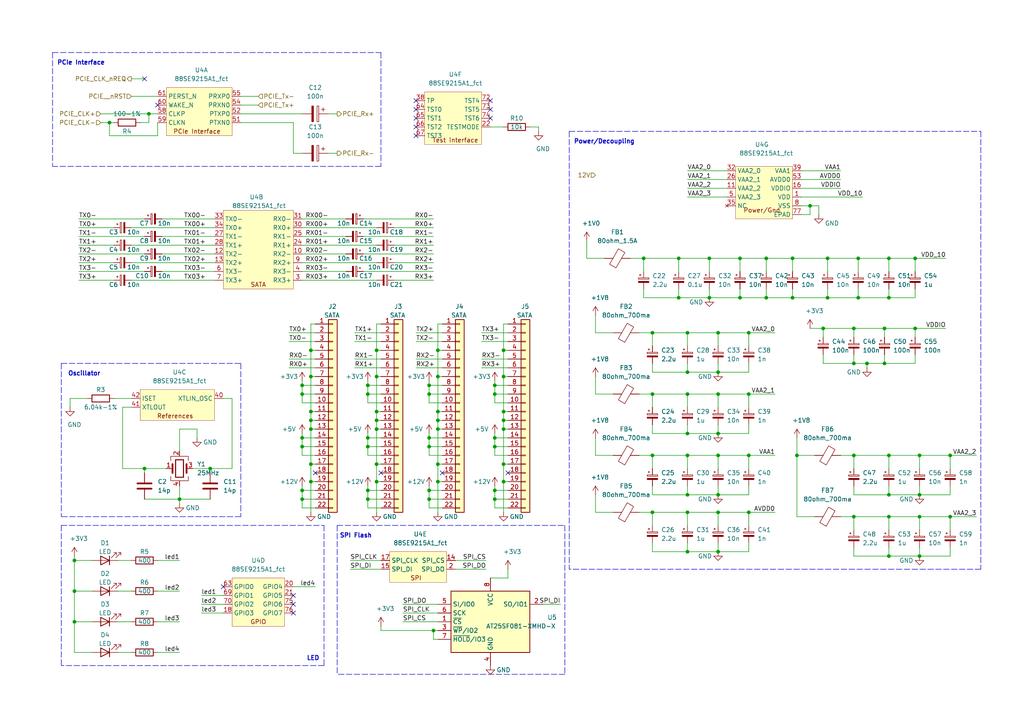
<source format=kicad_sch>
(kicad_sch (version 20210126) (generator eeschema)

  (paper "A4")

  

  (junction (at 21.59 162.56) (diameter 0.9144) (color 0 0 0 0))
  (junction (at 21.59 171.45) (diameter 0.9144) (color 0 0 0 0))
  (junction (at 21.59 180.34) (diameter 0.9144) (color 0 0 0 0))
  (junction (at 31.75 35.56) (diameter 0.9144) (color 0 0 0 0))
  (junction (at 41.91 135.89) (diameter 0.9144) (color 0 0 0 0))
  (junction (at 43.18 33.02) (diameter 0.9144) (color 0 0 0 0))
  (junction (at 52.07 144.78) (diameter 0.9144) (color 0 0 0 0))
  (junction (at 60.96 135.89) (diameter 0.9144) (color 0 0 0 0))
  (junction (at 87.63 111.76) (diameter 0.9144) (color 0 0 0 0))
  (junction (at 87.63 114.3) (diameter 0.9144) (color 0 0 0 0))
  (junction (at 87.63 127) (diameter 0.9144) (color 0 0 0 0))
  (junction (at 87.63 129.54) (diameter 0.9144) (color 0 0 0 0))
  (junction (at 87.63 142.24) (diameter 0.9144) (color 0 0 0 0))
  (junction (at 87.63 144.78) (diameter 0.9144) (color 0 0 0 0))
  (junction (at 90.17 101.6) (diameter 0.9144) (color 0 0 0 0))
  (junction (at 90.17 109.22) (diameter 0.9144) (color 0 0 0 0))
  (junction (at 90.17 119.38) (diameter 0.9144) (color 0 0 0 0))
  (junction (at 90.17 121.92) (diameter 0.9144) (color 0 0 0 0))
  (junction (at 90.17 124.46) (diameter 0.9144) (color 0 0 0 0))
  (junction (at 90.17 134.62) (diameter 0.9144) (color 0 0 0 0))
  (junction (at 90.17 139.7) (diameter 0.9144) (color 0 0 0 0))
  (junction (at 106.68 111.76) (diameter 0.9144) (color 0 0 0 0))
  (junction (at 106.68 114.3) (diameter 0.9144) (color 0 0 0 0))
  (junction (at 106.68 127) (diameter 0.9144) (color 0 0 0 0))
  (junction (at 106.68 129.54) (diameter 0.9144) (color 0 0 0 0))
  (junction (at 106.68 142.24) (diameter 0.9144) (color 0 0 0 0))
  (junction (at 106.68 144.78) (diameter 0.9144) (color 0 0 0 0))
  (junction (at 109.22 101.6) (diameter 0.9144) (color 0 0 0 0))
  (junction (at 109.22 109.22) (diameter 0.9144) (color 0 0 0 0))
  (junction (at 109.22 119.38) (diameter 0.9144) (color 0 0 0 0))
  (junction (at 109.22 121.92) (diameter 0.9144) (color 0 0 0 0))
  (junction (at 109.22 124.46) (diameter 0.9144) (color 0 0 0 0))
  (junction (at 109.22 134.62) (diameter 0.9144) (color 0 0 0 0))
  (junction (at 109.22 139.7) (diameter 0.9144) (color 0 0 0 0))
  (junction (at 124.46 111.76) (diameter 0.9144) (color 0 0 0 0))
  (junction (at 124.46 114.3) (diameter 0.9144) (color 0 0 0 0))
  (junction (at 124.46 127) (diameter 0.9144) (color 0 0 0 0))
  (junction (at 124.46 129.54) (diameter 0.9144) (color 0 0 0 0))
  (junction (at 124.46 142.24) (diameter 0.9144) (color 0 0 0 0))
  (junction (at 124.46 144.78) (diameter 0.9144) (color 0 0 0 0))
  (junction (at 125.73 182.88) (diameter 0.9144) (color 0 0 0 0))
  (junction (at 127 101.6) (diameter 0.9144) (color 0 0 0 0))
  (junction (at 127 109.22) (diameter 0.9144) (color 0 0 0 0))
  (junction (at 127 119.38) (diameter 0.9144) (color 0 0 0 0))
  (junction (at 127 121.92) (diameter 0.9144) (color 0 0 0 0))
  (junction (at 127 124.46) (diameter 0.9144) (color 0 0 0 0))
  (junction (at 127 134.62) (diameter 0.9144) (color 0 0 0 0))
  (junction (at 127 139.7) (diameter 0.9144) (color 0 0 0 0))
  (junction (at 143.51 111.76) (diameter 0.9144) (color 0 0 0 0))
  (junction (at 143.51 114.3) (diameter 0.9144) (color 0 0 0 0))
  (junction (at 143.51 127) (diameter 0.9144) (color 0 0 0 0))
  (junction (at 143.51 129.54) (diameter 0.9144) (color 0 0 0 0))
  (junction (at 143.51 142.24) (diameter 0.9144) (color 0 0 0 0))
  (junction (at 143.51 144.78) (diameter 0.9144) (color 0 0 0 0))
  (junction (at 146.05 101.6) (diameter 0.9144) (color 0 0 0 0))
  (junction (at 146.05 109.22) (diameter 0.9144) (color 0 0 0 0))
  (junction (at 146.05 119.38) (diameter 0.9144) (color 0 0 0 0))
  (junction (at 146.05 121.92) (diameter 0.9144) (color 0 0 0 0))
  (junction (at 146.05 124.46) (diameter 0.9144) (color 0 0 0 0))
  (junction (at 146.05 134.62) (diameter 0.9144) (color 0 0 0 0))
  (junction (at 146.05 139.7) (diameter 0.9144) (color 0 0 0 0))
  (junction (at 186.69 74.93) (diameter 0.9144) (color 0 0 0 0))
  (junction (at 189.23 96.52) (diameter 0.9144) (color 0 0 0 0))
  (junction (at 189.23 114.3) (diameter 0.9144) (color 0 0 0 0))
  (junction (at 189.23 132.08) (diameter 0.9144) (color 0 0 0 0))
  (junction (at 189.23 148.59) (diameter 0.9144) (color 0 0 0 0))
  (junction (at 196.85 74.93) (diameter 0.9144) (color 0 0 0 0))
  (junction (at 196.85 86.36) (diameter 0.9144) (color 0 0 0 0))
  (junction (at 199.39 96.52) (diameter 0.9144) (color 0 0 0 0))
  (junction (at 199.39 107.95) (diameter 0.9144) (color 0 0 0 0))
  (junction (at 199.39 114.3) (diameter 0.9144) (color 0 0 0 0))
  (junction (at 199.39 125.73) (diameter 0.9144) (color 0 0 0 0))
  (junction (at 199.39 132.08) (diameter 0.9144) (color 0 0 0 0))
  (junction (at 199.39 143.51) (diameter 0.9144) (color 0 0 0 0))
  (junction (at 199.39 148.59) (diameter 0.9144) (color 0 0 0 0))
  (junction (at 199.39 160.02) (diameter 0.9144) (color 0 0 0 0))
  (junction (at 205.74 74.93) (diameter 0.9144) (color 0 0 0 0))
  (junction (at 205.74 86.36) (diameter 0.9144) (color 0 0 0 0))
  (junction (at 208.28 96.52) (diameter 0.9144) (color 0 0 0 0))
  (junction (at 208.28 107.95) (diameter 0.9144) (color 0 0 0 0))
  (junction (at 208.28 114.3) (diameter 0.9144) (color 0 0 0 0))
  (junction (at 208.28 125.73) (diameter 0.9144) (color 0 0 0 0))
  (junction (at 208.28 132.08) (diameter 0.9144) (color 0 0 0 0))
  (junction (at 208.28 143.51) (diameter 0.9144) (color 0 0 0 0))
  (junction (at 208.28 148.59) (diameter 0.9144) (color 0 0 0 0))
  (junction (at 208.28 160.02) (diameter 0.9144) (color 0 0 0 0))
  (junction (at 214.63 74.93) (diameter 0.9144) (color 0 0 0 0))
  (junction (at 214.63 86.36) (diameter 0.9144) (color 0 0 0 0))
  (junction (at 217.17 96.52) (diameter 0.9144) (color 0 0 0 0))
  (junction (at 217.17 114.3) (diameter 0.9144) (color 0 0 0 0))
  (junction (at 217.17 132.08) (diameter 0.9144) (color 0 0 0 0))
  (junction (at 217.17 148.59) (diameter 0.9144) (color 0 0 0 0))
  (junction (at 222.25 74.93) (diameter 0.9144) (color 0 0 0 0))
  (junction (at 222.25 86.36) (diameter 0.9144) (color 0 0 0 0))
  (junction (at 229.87 74.93) (diameter 0.9144) (color 0 0 0 0))
  (junction (at 229.87 86.36) (diameter 0.9144) (color 0 0 0 0))
  (junction (at 231.14 132.08) (diameter 0.9144) (color 0 0 0 0))
  (junction (at 234.95 59.69) (diameter 0.9144) (color 0 0 0 0))
  (junction (at 238.76 95.25) (diameter 0.9144) (color 0 0 0 0))
  (junction (at 240.03 74.93) (diameter 0.9144) (color 0 0 0 0))
  (junction (at 240.03 86.36) (diameter 0.9144) (color 0 0 0 0))
  (junction (at 247.65 95.25) (diameter 0.9144) (color 0 0 0 0))
  (junction (at 247.65 105.41) (diameter 0.9144) (color 0 0 0 0))
  (junction (at 247.65 132.08) (diameter 0.9144) (color 0 0 0 0))
  (junction (at 247.65 149.86) (diameter 0.9144) (color 0 0 0 0))
  (junction (at 248.92 74.93) (diameter 0.9144) (color 0 0 0 0))
  (junction (at 248.92 86.36) (diameter 0.9144) (color 0 0 0 0))
  (junction (at 251.46 105.41) (diameter 0.9144) (color 0 0 0 0))
  (junction (at 256.54 95.25) (diameter 0.9144) (color 0 0 0 0))
  (junction (at 256.54 105.41) (diameter 0.9144) (color 0 0 0 0))
  (junction (at 257.81 74.93) (diameter 0.9144) (color 0 0 0 0))
  (junction (at 257.81 86.36) (diameter 0.9144) (color 0 0 0 0))
  (junction (at 257.81 132.08) (diameter 0.9144) (color 0 0 0 0))
  (junction (at 257.81 143.51) (diameter 0.9144) (color 0 0 0 0))
  (junction (at 257.81 149.86) (diameter 0.9144) (color 0 0 0 0))
  (junction (at 257.81 161.29) (diameter 0.9144) (color 0 0 0 0))
  (junction (at 265.43 74.93) (diameter 0.9144) (color 0 0 0 0))
  (junction (at 265.43 95.25) (diameter 0.9144) (color 0 0 0 0))
  (junction (at 266.7 132.08) (diameter 0.9144) (color 0 0 0 0))
  (junction (at 266.7 143.51) (diameter 0.9144) (color 0 0 0 0))
  (junction (at 266.7 149.86) (diameter 0.9144) (color 0 0 0 0))
  (junction (at 266.7 161.29) (diameter 0.9144) (color 0 0 0 0))
  (junction (at 275.59 132.08) (diameter 0.9144) (color 0 0 0 0))
  (junction (at 275.59 149.86) (diameter 0.9144) (color 0 0 0 0))

  (no_connect (at 41.91 22.86) (uuid b903a9df-56a9-456f-87c0-71a6be1688eb))
  (no_connect (at 45.72 30.48) (uuid bb182631-094e-4484-ac51-1df6f3b3f390))
  (no_connect (at 64.77 170.18) (uuid 25767dba-890b-4d3d-80f2-1f550875783f))
  (no_connect (at 85.09 172.72) (uuid b655d339-7968-4d3b-8e06-a4c670de72c6))
  (no_connect (at 85.09 175.26) (uuid 3cd83329-dd82-4462-9077-ddafee2089e7))
  (no_connect (at 85.09 177.8) (uuid 50e01ff5-2b78-4646-a59d-7ca2dea26254))
  (no_connect (at 91.44 137.16) (uuid 2b0c669d-cfc5-4260-a4c8-cb9cd528e6da))
  (no_connect (at 110.49 137.16) (uuid c81c5304-c732-44ee-997c-c84228d88fd9))
  (no_connect (at 120.65 29.21) (uuid 4d21f28c-2a57-4275-b15f-fcd09bf6c4ed))
  (no_connect (at 120.65 31.75) (uuid 39f6f276-2d46-4e3e-ab0a-d8183a193489))
  (no_connect (at 120.65 34.29) (uuid 30310310-3de8-4d44-b2c1-d6d37838a3d8))
  (no_connect (at 120.65 36.83) (uuid 1a876608-356f-4851-a017-12b4102ae254))
  (no_connect (at 120.65 39.37) (uuid e98cb26f-e9d8-452e-8849-9e1bd7858f3a))
  (no_connect (at 128.27 137.16) (uuid 6af83b01-947f-4cf9-8fd0-e9a80329457c))
  (no_connect (at 142.24 29.21) (uuid 9f896d38-48df-4e40-9ab6-e8fa0f83f4dd))
  (no_connect (at 142.24 31.75) (uuid 3daa65f0-53db-4ff6-b6a7-4484dabe2544))
  (no_connect (at 142.24 34.29) (uuid c6046c91-ca96-4f7a-8819-4739af7c4e54))
  (no_connect (at 147.32 137.16) (uuid 1f71a2a4-252b-4e7a-b80e-5e85717dad20))

  (wire (pts (xy 20.32 115.57) (xy 25.4 115.57))
    (stroke (width 0) (type solid) (color 0 0 0 0))
    (uuid 536b5cbe-fca9-4bbd-8cb0-3ca6e3e7885a)
  )
  (wire (pts (xy 20.32 118.11) (xy 20.32 115.57))
    (stroke (width 0) (type solid) (color 0 0 0 0))
    (uuid 8e31dec9-d8f8-4d92-b85f-6c251960d6d0)
  )
  (wire (pts (xy 21.59 162.56) (xy 21.59 161.29))
    (stroke (width 0) (type solid) (color 0 0 0 0))
    (uuid 3bd13321-e90f-4e41-a396-76b807f0ba14)
  )
  (wire (pts (xy 21.59 162.56) (xy 21.59 171.45))
    (stroke (width 0) (type solid) (color 0 0 0 0))
    (uuid 32b5217e-f32b-4b48-9584-a28b8f92917a)
  )
  (wire (pts (xy 21.59 171.45) (xy 21.59 180.34))
    (stroke (width 0) (type solid) (color 0 0 0 0))
    (uuid 04e77528-233c-4e4b-a0f7-47c350333a48)
  )
  (wire (pts (xy 21.59 180.34) (xy 21.59 189.23))
    (stroke (width 0) (type solid) (color 0 0 0 0))
    (uuid 0e804f73-4257-4cf9-bcc9-7595de7e5165)
  )
  (wire (pts (xy 22.86 63.5) (xy 41.91 63.5))
    (stroke (width 0) (type solid) (color 0 0 0 0))
    (uuid 6d2b8e91-1774-4f2f-a0b1-f20458ad9acd)
  )
  (wire (pts (xy 22.86 66.04) (xy 33.02 66.04))
    (stroke (width 0) (type solid) (color 0 0 0 0))
    (uuid ae0d56c2-7025-436e-b9a0-c37d112c355b)
  )
  (wire (pts (xy 22.86 68.58) (xy 41.91 68.58))
    (stroke (width 0) (type solid) (color 0 0 0 0))
    (uuid 7060a5cf-c49d-4b9d-9fa5-814d489606bf)
  )
  (wire (pts (xy 22.86 71.12) (xy 33.02 71.12))
    (stroke (width 0) (type solid) (color 0 0 0 0))
    (uuid cccdf80a-df7c-4b7e-90c8-25f0c527116a)
  )
  (wire (pts (xy 22.86 73.66) (xy 41.91 73.66))
    (stroke (width 0) (type solid) (color 0 0 0 0))
    (uuid e53d8eae-d5d6-46a7-bb46-55698645af75)
  )
  (wire (pts (xy 22.86 76.2) (xy 33.02 76.2))
    (stroke (width 0) (type solid) (color 0 0 0 0))
    (uuid 6a807224-3dff-46ec-9863-a331bcd921ee)
  )
  (wire (pts (xy 22.86 78.74) (xy 41.91 78.74))
    (stroke (width 0) (type solid) (color 0 0 0 0))
    (uuid 477d43b4-1191-4fb6-91f2-1b09dc2705eb)
  )
  (wire (pts (xy 22.86 81.28) (xy 33.02 81.28))
    (stroke (width 0) (type solid) (color 0 0 0 0))
    (uuid 8a46f402-0adf-4144-9d37-1ad57113d50e)
  )
  (wire (pts (xy 26.67 162.56) (xy 21.59 162.56))
    (stroke (width 0) (type solid) (color 0 0 0 0))
    (uuid 7ba3802f-a6ea-4fcb-982a-ba2e82c22ad2)
  )
  (wire (pts (xy 26.67 171.45) (xy 21.59 171.45))
    (stroke (width 0) (type solid) (color 0 0 0 0))
    (uuid f4b66abb-60f5-4311-950c-bbbca1dd71eb)
  )
  (wire (pts (xy 26.67 180.34) (xy 21.59 180.34))
    (stroke (width 0) (type solid) (color 0 0 0 0))
    (uuid f9cc3154-5c57-45a2-8381-ac094b574a34)
  )
  (wire (pts (xy 26.67 189.23) (xy 21.59 189.23))
    (stroke (width 0) (type solid) (color 0 0 0 0))
    (uuid b08af7f2-e3b5-4462-b127-ea6ccb28ad7f)
  )
  (wire (pts (xy 29.21 33.02) (xy 43.18 33.02))
    (stroke (width 0) (type solid) (color 0 0 0 0))
    (uuid c2165b31-ffa5-4417-af1f-f01bbf73996b)
  )
  (wire (pts (xy 29.21 35.56) (xy 31.75 35.56))
    (stroke (width 0) (type solid) (color 0 0 0 0))
    (uuid e99f388d-0ea6-4324-b00f-eb5a65ed0cbf)
  )
  (wire (pts (xy 31.75 35.56) (xy 33.02 35.56))
    (stroke (width 0) (type solid) (color 0 0 0 0))
    (uuid 8312acba-4d7a-47ee-8445-d107ac2edeee)
  )
  (wire (pts (xy 31.75 39.37) (xy 31.75 35.56))
    (stroke (width 0) (type solid) (color 0 0 0 0))
    (uuid 6afc41a3-7006-42c7-9904-ab6bad17bec2)
  )
  (wire (pts (xy 33.02 115.57) (xy 38.1 115.57))
    (stroke (width 0) (type solid) (color 0 0 0 0))
    (uuid 1e0f374e-b798-441a-8671-8bdaaf85e234)
  )
  (wire (pts (xy 34.29 162.56) (xy 38.1 162.56))
    (stroke (width 0) (type solid) (color 0 0 0 0))
    (uuid 4db48ca6-061a-4c5f-8384-f1d0e4cdf186)
  )
  (wire (pts (xy 34.29 171.45) (xy 38.1 171.45))
    (stroke (width 0) (type solid) (color 0 0 0 0))
    (uuid 98fa4821-cdd1-4a43-a52e-f08e6dcc2f53)
  )
  (wire (pts (xy 34.29 180.34) (xy 38.1 180.34))
    (stroke (width 0) (type solid) (color 0 0 0 0))
    (uuid d38ae896-245f-40de-9d57-cf5663a795cf)
  )
  (wire (pts (xy 34.29 189.23) (xy 38.1 189.23))
    (stroke (width 0) (type solid) (color 0 0 0 0))
    (uuid 2b8fa3f7-f885-4a80-ab20-946aae634258)
  )
  (wire (pts (xy 35.56 118.11) (xy 35.56 135.89))
    (stroke (width 0) (type solid) (color 0 0 0 0))
    (uuid 11db1f41-ce5a-45eb-aa25-0eb38bf0fd06)
  )
  (wire (pts (xy 35.56 135.89) (xy 41.91 135.89))
    (stroke (width 0) (type solid) (color 0 0 0 0))
    (uuid adf4d7f0-f330-494b-a029-60a71b65d947)
  )
  (wire (pts (xy 38.1 22.86) (xy 41.91 22.86))
    (stroke (width 0) (type solid) (color 0 0 0 0))
    (uuid 4633b359-c3ab-4a63-82cf-3c6c99bf1f5d)
  )
  (wire (pts (xy 38.1 27.94) (xy 45.72 27.94))
    (stroke (width 0) (type solid) (color 0 0 0 0))
    (uuid 13acb44a-a30d-408d-81a3-4e205959d5c2)
  )
  (wire (pts (xy 38.1 66.04) (xy 62.23 66.04))
    (stroke (width 0) (type solid) (color 0 0 0 0))
    (uuid 7cca69bd-22e8-400f-82eb-235ff7dd7ef3)
  )
  (wire (pts (xy 38.1 71.12) (xy 62.23 71.12))
    (stroke (width 0) (type solid) (color 0 0 0 0))
    (uuid ce8e24db-5f47-4f36-aea8-00aa7bea71a1)
  )
  (wire (pts (xy 38.1 76.2) (xy 62.23 76.2))
    (stroke (width 0) (type solid) (color 0 0 0 0))
    (uuid ad3fe758-8a30-432f-849e-d69e9972c5f6)
  )
  (wire (pts (xy 38.1 81.28) (xy 62.23 81.28))
    (stroke (width 0) (type solid) (color 0 0 0 0))
    (uuid c8ccaacc-2f5e-4c9a-8f13-947f06c85546)
  )
  (wire (pts (xy 38.1 118.11) (xy 35.56 118.11))
    (stroke (width 0) (type solid) (color 0 0 0 0))
    (uuid bb46fe81-622a-4edd-bbaa-a8fe9c653c1e)
  )
  (wire (pts (xy 41.91 135.89) (xy 41.91 137.16))
    (stroke (width 0) (type solid) (color 0 0 0 0))
    (uuid f8da4704-a129-4901-b62b-8476e73fb6fb)
  )
  (wire (pts (xy 41.91 135.89) (xy 48.26 135.89))
    (stroke (width 0) (type solid) (color 0 0 0 0))
    (uuid c2299326-5bcb-43dd-95e8-49193bb7e6de)
  )
  (wire (pts (xy 41.91 144.78) (xy 52.07 144.78))
    (stroke (width 0) (type solid) (color 0 0 0 0))
    (uuid f18994fc-5636-4e3b-a37c-1ca6e2ac63fc)
  )
  (wire (pts (xy 43.18 33.02) (xy 43.18 35.56))
    (stroke (width 0) (type solid) (color 0 0 0 0))
    (uuid 891bc1ae-efdb-4655-b20f-c2dd8ff32abb)
  )
  (wire (pts (xy 43.18 35.56) (xy 40.64 35.56))
    (stroke (width 0) (type solid) (color 0 0 0 0))
    (uuid 2f07a385-0dbc-4038-8276-12dc4188fb85)
  )
  (wire (pts (xy 45.72 33.02) (xy 43.18 33.02))
    (stroke (width 0) (type solid) (color 0 0 0 0))
    (uuid 4dbdee0d-a120-420a-a3b4-0fb0cfcb97a0)
  )
  (wire (pts (xy 45.72 35.56) (xy 45.72 39.37))
    (stroke (width 0) (type solid) (color 0 0 0 0))
    (uuid 279e118f-7070-42d3-a896-b741103924dd)
  )
  (wire (pts (xy 45.72 39.37) (xy 31.75 39.37))
    (stroke (width 0) (type solid) (color 0 0 0 0))
    (uuid d9a32b22-75af-41d4-914a-91b109340779)
  )
  (wire (pts (xy 45.72 162.56) (xy 52.07 162.56))
    (stroke (width 0) (type solid) (color 0 0 0 0))
    (uuid 797bb8fa-dabf-4eb0-a5fb-1b19494de276)
  )
  (wire (pts (xy 45.72 171.45) (xy 52.07 171.45))
    (stroke (width 0) (type solid) (color 0 0 0 0))
    (uuid f2b05b46-7c27-4fb2-a9e4-1e1a4cceaf2d)
  )
  (wire (pts (xy 45.72 180.34) (xy 52.07 180.34))
    (stroke (width 0) (type solid) (color 0 0 0 0))
    (uuid 7448ab28-9589-4133-8fd4-b5bdc3683e37)
  )
  (wire (pts (xy 45.72 189.23) (xy 52.07 189.23))
    (stroke (width 0) (type solid) (color 0 0 0 0))
    (uuid 3085347e-b655-4f8c-846e-d0d585b53b3b)
  )
  (wire (pts (xy 46.99 63.5) (xy 62.23 63.5))
    (stroke (width 0) (type solid) (color 0 0 0 0))
    (uuid a00147fc-92d3-496f-9642-59b4912b8a9a)
  )
  (wire (pts (xy 46.99 68.58) (xy 62.23 68.58))
    (stroke (width 0) (type solid) (color 0 0 0 0))
    (uuid 482d455e-c785-40cc-b245-1e5bc97518f4)
  )
  (wire (pts (xy 46.99 73.66) (xy 62.23 73.66))
    (stroke (width 0) (type solid) (color 0 0 0 0))
    (uuid 2f757aef-9ba2-437e-990b-b08af0d6224a)
  )
  (wire (pts (xy 46.99 78.74) (xy 62.23 78.74))
    (stroke (width 0) (type solid) (color 0 0 0 0))
    (uuid 5c7503dc-a333-408c-b513-bce16f75d0eb)
  )
  (wire (pts (xy 52.07 124.46) (xy 57.15 124.46))
    (stroke (width 0) (type solid) (color 0 0 0 0))
    (uuid 81a82147-7809-46f1-a40c-13056aeabbd4)
  )
  (wire (pts (xy 52.07 130.81) (xy 52.07 124.46))
    (stroke (width 0) (type solid) (color 0 0 0 0))
    (uuid 81a82147-7809-46f1-a40c-13056aeabbd4)
  )
  (wire (pts (xy 52.07 140.97) (xy 52.07 144.78))
    (stroke (width 0) (type solid) (color 0 0 0 0))
    (uuid 4c353694-04be-4dcd-8038-24151de647e9)
  )
  (wire (pts (xy 52.07 144.78) (xy 52.07 146.05))
    (stroke (width 0) (type solid) (color 0 0 0 0))
    (uuid 1cba671b-4b9c-4888-b98a-351b121a52a6)
  )
  (wire (pts (xy 52.07 144.78) (xy 60.96 144.78))
    (stroke (width 0) (type solid) (color 0 0 0 0))
    (uuid f18994fc-5636-4e3b-a37c-1ca6e2ac63fc)
  )
  (wire (pts (xy 55.88 135.89) (xy 60.96 135.89))
    (stroke (width 0) (type solid) (color 0 0 0 0))
    (uuid 7d3c2fbb-675b-44e2-b184-205d98e2cd5d)
  )
  (wire (pts (xy 57.15 124.46) (xy 57.15 127))
    (stroke (width 0) (type solid) (color 0 0 0 0))
    (uuid 81a82147-7809-46f1-a40c-13056aeabbd4)
  )
  (wire (pts (xy 58.42 172.72) (xy 64.77 172.72))
    (stroke (width 0) (type solid) (color 0 0 0 0))
    (uuid 3b9707ad-303f-4405-aaac-b6087bd59dea)
  )
  (wire (pts (xy 58.42 175.26) (xy 64.77 175.26))
    (stroke (width 0) (type solid) (color 0 0 0 0))
    (uuid 4bd74e78-8e91-4e2f-abdc-d268402f17f8)
  )
  (wire (pts (xy 58.42 177.8) (xy 64.77 177.8))
    (stroke (width 0) (type solid) (color 0 0 0 0))
    (uuid 6c488db7-522a-4ffa-9fb8-a23e2e1c1675)
  )
  (wire (pts (xy 60.96 135.89) (xy 60.96 137.16))
    (stroke (width 0) (type solid) (color 0 0 0 0))
    (uuid 90868995-b72e-48ec-b07d-4da18e618c10)
  )
  (wire (pts (xy 60.96 135.89) (xy 67.31 135.89))
    (stroke (width 0) (type solid) (color 0 0 0 0))
    (uuid 9c8b04f0-3b0f-48b2-9bf5-00b271447dde)
  )
  (wire (pts (xy 67.31 115.57) (xy 64.77 115.57))
    (stroke (width 0) (type solid) (color 0 0 0 0))
    (uuid 69867d2f-340e-4c98-9d7c-df8385b790c8)
  )
  (wire (pts (xy 67.31 135.89) (xy 67.31 115.57))
    (stroke (width 0) (type solid) (color 0 0 0 0))
    (uuid 05708ace-5e42-49e3-b44b-a45edc2c8449)
  )
  (wire (pts (xy 69.85 27.94) (xy 74.93 27.94))
    (stroke (width 0) (type solid) (color 0 0 0 0))
    (uuid f2807947-c8cf-4889-9ca9-9595915a42c1)
  )
  (wire (pts (xy 69.85 30.48) (xy 74.93 30.48))
    (stroke (width 0) (type solid) (color 0 0 0 0))
    (uuid bfff2fa2-436d-4b4c-8b84-fb7a65e42d7f)
  )
  (wire (pts (xy 69.85 33.02) (xy 87.63 33.02))
    (stroke (width 0) (type solid) (color 0 0 0 0))
    (uuid 28c1117b-292f-43da-9542-c7f30a9d4310)
  )
  (wire (pts (xy 83.82 96.52) (xy 91.44 96.52))
    (stroke (width 0) (type solid) (color 0 0 0 0))
    (uuid 3f1b3ede-6c18-46e6-a156-3270d9c3080a)
  )
  (wire (pts (xy 83.82 99.06) (xy 91.44 99.06))
    (stroke (width 0) (type solid) (color 0 0 0 0))
    (uuid 9b40ac40-9100-4b54-bc12-c388498b959a)
  )
  (wire (pts (xy 83.82 104.14) (xy 91.44 104.14))
    (stroke (width 0) (type solid) (color 0 0 0 0))
    (uuid ea0d5381-7fd8-4358-8118-ad7f18a1fc3f)
  )
  (wire (pts (xy 83.82 106.68) (xy 91.44 106.68))
    (stroke (width 0) (type solid) (color 0 0 0 0))
    (uuid ee09f604-e4c3-4a9a-9cd7-3d4f51832de5)
  )
  (wire (pts (xy 85.09 35.56) (xy 69.85 35.56))
    (stroke (width 0) (type solid) (color 0 0 0 0))
    (uuid ad29da30-9862-4dd5-bf57-e83af39702d9)
  )
  (wire (pts (xy 85.09 44.45) (xy 85.09 35.56))
    (stroke (width 0) (type solid) (color 0 0 0 0))
    (uuid eb71ec34-8dc3-4176-b5a4-c603eddff6ca)
  )
  (wire (pts (xy 85.09 170.18) (xy 91.44 170.18))
    (stroke (width 0) (type solid) (color 0 0 0 0))
    (uuid 93bf6329-9341-4a15-a8ce-6b63d6f1b516)
  )
  (wire (pts (xy 87.63 44.45) (xy 85.09 44.45))
    (stroke (width 0) (type solid) (color 0 0 0 0))
    (uuid ef2fd311-38e3-462d-af91-fc19ae4227ca)
  )
  (wire (pts (xy 87.63 63.5) (xy 100.33 63.5))
    (stroke (width 0) (type solid) (color 0 0 0 0))
    (uuid c7b91124-1444-4516-9eac-1a866d6ed38a)
  )
  (wire (pts (xy 87.63 66.04) (xy 109.22 66.04))
    (stroke (width 0) (type solid) (color 0 0 0 0))
    (uuid 8c4b59d0-6c36-40fd-bf24-e67f8631b1c1)
  )
  (wire (pts (xy 87.63 68.58) (xy 100.33 68.58))
    (stroke (width 0) (type solid) (color 0 0 0 0))
    (uuid e6afbec1-e48c-4fa8-807c-63a6c9324d5a)
  )
  (wire (pts (xy 87.63 71.12) (xy 109.22 71.12))
    (stroke (width 0) (type solid) (color 0 0 0 0))
    (uuid 614a210c-b38f-4235-9f3f-e2753c43d84c)
  )
  (wire (pts (xy 87.63 73.66) (xy 100.33 73.66))
    (stroke (width 0) (type solid) (color 0 0 0 0))
    (uuid db425a26-c67a-4996-9e81-51b3ec440128)
  )
  (wire (pts (xy 87.63 76.2) (xy 109.22 76.2))
    (stroke (width 0) (type solid) (color 0 0 0 0))
    (uuid 6543a609-03fa-4e71-bcba-a31acf4a2441)
  )
  (wire (pts (xy 87.63 78.74) (xy 100.33 78.74))
    (stroke (width 0) (type solid) (color 0 0 0 0))
    (uuid 2767fc2d-0dde-4f66-9d72-5e7bd4002904)
  )
  (wire (pts (xy 87.63 81.28) (xy 109.22 81.28))
    (stroke (width 0) (type solid) (color 0 0 0 0))
    (uuid 7b1d1f9f-f4d0-4093-89d9-cb900afe65eb)
  )
  (wire (pts (xy 87.63 110.49) (xy 87.63 111.76))
    (stroke (width 0) (type solid) (color 0 0 0 0))
    (uuid 161d522e-2afd-4814-9220-88d63a9d1854)
  )
  (wire (pts (xy 87.63 111.76) (xy 91.44 111.76))
    (stroke (width 0) (type solid) (color 0 0 0 0))
    (uuid b47bdf22-ffbc-42a7-9c15-21bc4f346373)
  )
  (wire (pts (xy 87.63 114.3) (xy 87.63 111.76))
    (stroke (width 0) (type solid) (color 0 0 0 0))
    (uuid a6785c62-b15e-4d4a-98dd-5ec1b48ab0f5)
  )
  (wire (pts (xy 87.63 116.84) (xy 87.63 114.3))
    (stroke (width 0) (type solid) (color 0 0 0 0))
    (uuid 21fed9e8-0d48-4e4d-9d7c-29fac3291066)
  )
  (wire (pts (xy 87.63 125.73) (xy 87.63 127))
    (stroke (width 0) (type solid) (color 0 0 0 0))
    (uuid 1b9ec279-f2dc-43a0-8df2-dbeffe8f4f5a)
  )
  (wire (pts (xy 87.63 127) (xy 91.44 127))
    (stroke (width 0) (type solid) (color 0 0 0 0))
    (uuid b8f2b1d1-ec07-49e2-8a5c-134f2137919e)
  )
  (wire (pts (xy 87.63 129.54) (xy 87.63 127))
    (stroke (width 0) (type solid) (color 0 0 0 0))
    (uuid ccd59247-9c45-47d9-9ce5-46578afa8d5a)
  )
  (wire (pts (xy 87.63 132.08) (xy 87.63 129.54))
    (stroke (width 0) (type solid) (color 0 0 0 0))
    (uuid 6efbd14f-e8fb-41a0-8982-877b63614119)
  )
  (wire (pts (xy 87.63 140.97) (xy 87.63 142.24))
    (stroke (width 0) (type solid) (color 0 0 0 0))
    (uuid 567582b5-5de7-4e54-9b75-591ee25f54d8)
  )
  (wire (pts (xy 87.63 142.24) (xy 91.44 142.24))
    (stroke (width 0) (type solid) (color 0 0 0 0))
    (uuid 84f985eb-b3ab-474f-a85f-e15f94ae7445)
  )
  (wire (pts (xy 87.63 144.78) (xy 87.63 142.24))
    (stroke (width 0) (type solid) (color 0 0 0 0))
    (uuid f9847ca4-9e33-4783-ae55-5c9544c043b9)
  )
  (wire (pts (xy 87.63 147.32) (xy 87.63 144.78))
    (stroke (width 0) (type solid) (color 0 0 0 0))
    (uuid e4274193-38ed-4267-9fae-b161a39e2a54)
  )
  (wire (pts (xy 90.17 93.98) (xy 90.17 101.6))
    (stroke (width 0) (type solid) (color 0 0 0 0))
    (uuid e91ced7d-98ce-4ee0-9efd-68d3eac156db)
  )
  (wire (pts (xy 90.17 101.6) (xy 90.17 109.22))
    (stroke (width 0) (type solid) (color 0 0 0 0))
    (uuid e629709a-818e-48ea-8118-7977b52e2b5f)
  )
  (wire (pts (xy 90.17 101.6) (xy 91.44 101.6))
    (stroke (width 0) (type solid) (color 0 0 0 0))
    (uuid 0ee4696c-4252-4263-9103-6fc1cde937a8)
  )
  (wire (pts (xy 90.17 109.22) (xy 90.17 119.38))
    (stroke (width 0) (type solid) (color 0 0 0 0))
    (uuid 1b1772bd-cef4-4c4a-90d2-fa8edd10a56e)
  )
  (wire (pts (xy 90.17 109.22) (xy 91.44 109.22))
    (stroke (width 0) (type solid) (color 0 0 0 0))
    (uuid 575724ca-56f1-4675-b955-7bfb71c4b421)
  )
  (wire (pts (xy 90.17 119.38) (xy 90.17 121.92))
    (stroke (width 0) (type solid) (color 0 0 0 0))
    (uuid 6a70321c-7eac-4d27-b93a-05cf789757b2)
  )
  (wire (pts (xy 90.17 119.38) (xy 91.44 119.38))
    (stroke (width 0) (type solid) (color 0 0 0 0))
    (uuid 8b52e5a0-603d-4289-9d67-2e82645b0b09)
  )
  (wire (pts (xy 90.17 124.46) (xy 90.17 121.92))
    (stroke (width 0) (type solid) (color 0 0 0 0))
    (uuid efad2716-4936-4e4f-9de4-324fa6581586)
  )
  (wire (pts (xy 90.17 134.62) (xy 90.17 124.46))
    (stroke (width 0) (type solid) (color 0 0 0 0))
    (uuid 71dcea86-a14d-4fe4-8982-e032d5b75d61)
  )
  (wire (pts (xy 90.17 139.7) (xy 90.17 134.62))
    (stroke (width 0) (type solid) (color 0 0 0 0))
    (uuid 30b2286a-33eb-4b61-a6f3-b69980a26bd8)
  )
  (wire (pts (xy 90.17 139.7) (xy 90.17 148.59))
    (stroke (width 0) (type solid) (color 0 0 0 0))
    (uuid b2da4283-4077-4f14-b3f0-5275262a8807)
  )
  (wire (pts (xy 91.44 93.98) (xy 90.17 93.98))
    (stroke (width 0) (type solid) (color 0 0 0 0))
    (uuid be0831f9-01c5-488d-8aae-19af1594cc3a)
  )
  (wire (pts (xy 91.44 114.3) (xy 87.63 114.3))
    (stroke (width 0) (type solid) (color 0 0 0 0))
    (uuid 272734d5-beeb-4ae7-a77a-35ca67ee4031)
  )
  (wire (pts (xy 91.44 116.84) (xy 87.63 116.84))
    (stroke (width 0) (type solid) (color 0 0 0 0))
    (uuid b3584b5c-0bb8-49b6-b206-7c65bb4c82d9)
  )
  (wire (pts (xy 91.44 121.92) (xy 90.17 121.92))
    (stroke (width 0) (type solid) (color 0 0 0 0))
    (uuid b674825b-8d4c-4eb8-8ecf-8c713399a0ad)
  )
  (wire (pts (xy 91.44 124.46) (xy 90.17 124.46))
    (stroke (width 0) (type solid) (color 0 0 0 0))
    (uuid 12ba041b-8d93-4bda-a31c-c0c9b7e5a457)
  )
  (wire (pts (xy 91.44 129.54) (xy 87.63 129.54))
    (stroke (width 0) (type solid) (color 0 0 0 0))
    (uuid 34eb8dd9-8b3d-4499-a501-a45e086b34e9)
  )
  (wire (pts (xy 91.44 132.08) (xy 87.63 132.08))
    (stroke (width 0) (type solid) (color 0 0 0 0))
    (uuid e55b18ba-7eea-4458-b385-a59f5bb05e71)
  )
  (wire (pts (xy 91.44 134.62) (xy 90.17 134.62))
    (stroke (width 0) (type solid) (color 0 0 0 0))
    (uuid c86a555f-76fb-4ea5-9ce6-75f032895b54)
  )
  (wire (pts (xy 91.44 139.7) (xy 90.17 139.7))
    (stroke (width 0) (type solid) (color 0 0 0 0))
    (uuid 41229a6e-fbb2-4840-8b3a-4ad28491598d)
  )
  (wire (pts (xy 91.44 144.78) (xy 87.63 144.78))
    (stroke (width 0) (type solid) (color 0 0 0 0))
    (uuid 675a5f15-e2ff-49e5-8ee4-76d28f13989b)
  )
  (wire (pts (xy 91.44 147.32) (xy 87.63 147.32))
    (stroke (width 0) (type solid) (color 0 0 0 0))
    (uuid cd1596db-3501-4658-bda2-ffc795655f87)
  )
  (wire (pts (xy 95.25 33.02) (xy 97.79 33.02))
    (stroke (width 0) (type solid) (color 0 0 0 0))
    (uuid 697f09a8-82d1-40b9-b8ad-28fbce75cab9)
  )
  (wire (pts (xy 95.25 44.45) (xy 97.79 44.45))
    (stroke (width 0) (type solid) (color 0 0 0 0))
    (uuid 6a17ff94-bb79-4189-83a4-b07bfc0fd5c8)
  )
  (wire (pts (xy 101.6 162.56) (xy 110.49 162.56))
    (stroke (width 0) (type solid) (color 0 0 0 0))
    (uuid 4ab2c44d-9ab0-457b-ac8b-ae14210dade3)
  )
  (wire (pts (xy 101.6 165.1) (xy 110.49 165.1))
    (stroke (width 0) (type solid) (color 0 0 0 0))
    (uuid dbb3f0c7-24c1-4c9d-8626-b5fe91e77c08)
  )
  (wire (pts (xy 102.87 96.52) (xy 110.49 96.52))
    (stroke (width 0) (type solid) (color 0 0 0 0))
    (uuid 482fe3cd-56e7-4298-b0da-7b3e5beb1eb2)
  )
  (wire (pts (xy 102.87 99.06) (xy 110.49 99.06))
    (stroke (width 0) (type solid) (color 0 0 0 0))
    (uuid a6df82b2-ea5d-4279-a9e2-49acc5688c72)
  )
  (wire (pts (xy 102.87 104.14) (xy 110.49 104.14))
    (stroke (width 0) (type solid) (color 0 0 0 0))
    (uuid c641fe59-1c83-4bf1-a68a-a1027c507dc0)
  )
  (wire (pts (xy 102.87 106.68) (xy 110.49 106.68))
    (stroke (width 0) (type solid) (color 0 0 0 0))
    (uuid c8447016-e558-44af-9e0b-3c19fb2cfe51)
  )
  (wire (pts (xy 105.41 63.5) (xy 125.73 63.5))
    (stroke (width 0) (type solid) (color 0 0 0 0))
    (uuid 33e870d1-4acb-4556-8028-ebf141752266)
  )
  (wire (pts (xy 105.41 68.58) (xy 125.73 68.58))
    (stroke (width 0) (type solid) (color 0 0 0 0))
    (uuid ddf6c84e-71cb-4ab4-91ec-1810f238fb1f)
  )
  (wire (pts (xy 105.41 73.66) (xy 125.73 73.66))
    (stroke (width 0) (type solid) (color 0 0 0 0))
    (uuid 4233a4a3-3af5-4e23-988b-4b2716239b0a)
  )
  (wire (pts (xy 105.41 78.74) (xy 125.73 78.74))
    (stroke (width 0) (type solid) (color 0 0 0 0))
    (uuid e5687af7-1bd5-41ff-8305-8463f8cafd19)
  )
  (wire (pts (xy 106.68 110.49) (xy 106.68 111.76))
    (stroke (width 0) (type solid) (color 0 0 0 0))
    (uuid 3c561541-773b-4808-875d-1a5ee5a7778a)
  )
  (wire (pts (xy 106.68 111.76) (xy 110.49 111.76))
    (stroke (width 0) (type solid) (color 0 0 0 0))
    (uuid 514dd2d2-6921-46cd-93dd-9b01774a2cd3)
  )
  (wire (pts (xy 106.68 114.3) (xy 106.68 111.76))
    (stroke (width 0) (type solid) (color 0 0 0 0))
    (uuid eac44db3-e66b-439f-bd64-a6a98ee72bb6)
  )
  (wire (pts (xy 106.68 116.84) (xy 106.68 114.3))
    (stroke (width 0) (type solid) (color 0 0 0 0))
    (uuid 9d8f22a5-1705-4b9a-ad67-d3e3c77342b3)
  )
  (wire (pts (xy 106.68 125.73) (xy 106.68 127))
    (stroke (width 0) (type solid) (color 0 0 0 0))
    (uuid 2f16171c-0e69-4990-8bbb-6f310a33ed98)
  )
  (wire (pts (xy 106.68 127) (xy 110.49 127))
    (stroke (width 0) (type solid) (color 0 0 0 0))
    (uuid 22e2a3cf-31ed-42f4-b6ce-e51d47acfb5e)
  )
  (wire (pts (xy 106.68 129.54) (xy 106.68 127))
    (stroke (width 0) (type solid) (color 0 0 0 0))
    (uuid 9e602ac8-ace3-4c80-9a42-84aec37cc003)
  )
  (wire (pts (xy 106.68 132.08) (xy 106.68 129.54))
    (stroke (width 0) (type solid) (color 0 0 0 0))
    (uuid aad520ee-6714-49a0-8c05-d8f76f07ab77)
  )
  (wire (pts (xy 106.68 140.97) (xy 106.68 142.24))
    (stroke (width 0) (type solid) (color 0 0 0 0))
    (uuid e0938d2a-4ed0-46c1-8042-5710a366abd8)
  )
  (wire (pts (xy 106.68 142.24) (xy 110.49 142.24))
    (stroke (width 0) (type solid) (color 0 0 0 0))
    (uuid b73adbc0-66b2-44a0-a4a4-72fa65efd175)
  )
  (wire (pts (xy 106.68 144.78) (xy 106.68 142.24))
    (stroke (width 0) (type solid) (color 0 0 0 0))
    (uuid d58360c2-ca96-46da-ac46-e803622ce9c7)
  )
  (wire (pts (xy 106.68 147.32) (xy 106.68 144.78))
    (stroke (width 0) (type solid) (color 0 0 0 0))
    (uuid 65ba9ef7-7818-4558-96cd-cd365529dc06)
  )
  (wire (pts (xy 109.22 93.98) (xy 109.22 101.6))
    (stroke (width 0) (type solid) (color 0 0 0 0))
    (uuid 575193ef-9c63-4152-9006-48310e65b7cc)
  )
  (wire (pts (xy 109.22 101.6) (xy 109.22 109.22))
    (stroke (width 0) (type solid) (color 0 0 0 0))
    (uuid a880dae4-d272-4cfb-9437-d05ab495dfb7)
  )
  (wire (pts (xy 109.22 101.6) (xy 110.49 101.6))
    (stroke (width 0) (type solid) (color 0 0 0 0))
    (uuid a53ca1fe-3c33-4b8b-b855-f4dfc120619e)
  )
  (wire (pts (xy 109.22 109.22) (xy 109.22 119.38))
    (stroke (width 0) (type solid) (color 0 0 0 0))
    (uuid 1a1cd2d1-23b0-4733-8184-75a93a6a56af)
  )
  (wire (pts (xy 109.22 109.22) (xy 110.49 109.22))
    (stroke (width 0) (type solid) (color 0 0 0 0))
    (uuid 0815cf45-fce4-460a-a26a-0e013ce45726)
  )
  (wire (pts (xy 109.22 119.38) (xy 109.22 121.92))
    (stroke (width 0) (type solid) (color 0 0 0 0))
    (uuid 4bfe52fe-a763-487e-b778-5b7590baf8bf)
  )
  (wire (pts (xy 109.22 119.38) (xy 110.49 119.38))
    (stroke (width 0) (type solid) (color 0 0 0 0))
    (uuid 02e8c08a-90f1-4905-8650-34b631433c33)
  )
  (wire (pts (xy 109.22 124.46) (xy 109.22 121.92))
    (stroke (width 0) (type solid) (color 0 0 0 0))
    (uuid 482ec24e-01b7-4f4b-800e-b2c43d9a8178)
  )
  (wire (pts (xy 109.22 134.62) (xy 109.22 124.46))
    (stroke (width 0) (type solid) (color 0 0 0 0))
    (uuid 3c3600dd-11d1-4d0f-b981-3d241a370b6a)
  )
  (wire (pts (xy 109.22 139.7) (xy 109.22 134.62))
    (stroke (width 0) (type solid) (color 0 0 0 0))
    (uuid ac40f906-5ded-4cac-b2e8-35155deb04ef)
  )
  (wire (pts (xy 109.22 139.7) (xy 109.22 148.59))
    (stroke (width 0) (type solid) (color 0 0 0 0))
    (uuid 2f78b2b7-2c91-4e42-961d-240f613a40eb)
  )
  (wire (pts (xy 110.49 93.98) (xy 109.22 93.98))
    (stroke (width 0) (type solid) (color 0 0 0 0))
    (uuid 08bd0623-0506-4091-a63a-82bec937d106)
  )
  (wire (pts (xy 110.49 114.3) (xy 106.68 114.3))
    (stroke (width 0) (type solid) (color 0 0 0 0))
    (uuid e69d37af-b990-4e38-ba85-17b09d3ac807)
  )
  (wire (pts (xy 110.49 116.84) (xy 106.68 116.84))
    (stroke (width 0) (type solid) (color 0 0 0 0))
    (uuid 9cfdbc75-3e56-4592-9d6c-ccbc58227797)
  )
  (wire (pts (xy 110.49 121.92) (xy 109.22 121.92))
    (stroke (width 0) (type solid) (color 0 0 0 0))
    (uuid a1ac39a8-0fe7-49fc-b1fb-46274a6d62eb)
  )
  (wire (pts (xy 110.49 124.46) (xy 109.22 124.46))
    (stroke (width 0) (type solid) (color 0 0 0 0))
    (uuid bfdad8c2-f7c0-4e12-a174-561f7e6d6221)
  )
  (wire (pts (xy 110.49 129.54) (xy 106.68 129.54))
    (stroke (width 0) (type solid) (color 0 0 0 0))
    (uuid 1f48cac7-485b-47b0-a91b-b423371e5b97)
  )
  (wire (pts (xy 110.49 132.08) (xy 106.68 132.08))
    (stroke (width 0) (type solid) (color 0 0 0 0))
    (uuid f7c9141f-248d-4a57-a37d-9992d2dc20c0)
  )
  (wire (pts (xy 110.49 134.62) (xy 109.22 134.62))
    (stroke (width 0) (type solid) (color 0 0 0 0))
    (uuid 9f59b2ee-986b-490c-ab5d-3acea6cad095)
  )
  (wire (pts (xy 110.49 139.7) (xy 109.22 139.7))
    (stroke (width 0) (type solid) (color 0 0 0 0))
    (uuid 7c1c1aea-2963-4b18-9263-c9ed78b4af51)
  )
  (wire (pts (xy 110.49 144.78) (xy 106.68 144.78))
    (stroke (width 0) (type solid) (color 0 0 0 0))
    (uuid ee1113f4-2b59-4b8a-88cf-54966ce28d48)
  )
  (wire (pts (xy 110.49 147.32) (xy 106.68 147.32))
    (stroke (width 0) (type solid) (color 0 0 0 0))
    (uuid 0349fd09-2910-4c53-9385-6d0a141e9f9d)
  )
  (wire (pts (xy 110.49 181.61) (xy 110.49 182.88))
    (stroke (width 0) (type solid) (color 0 0 0 0))
    (uuid 599a8ebc-a74f-4a56-956f-bb03bcfd507d)
  )
  (wire (pts (xy 110.49 182.88) (xy 125.73 182.88))
    (stroke (width 0) (type solid) (color 0 0 0 0))
    (uuid 599a8ebc-a74f-4a56-956f-bb03bcfd507d)
  )
  (wire (pts (xy 114.3 66.04) (xy 125.73 66.04))
    (stroke (width 0) (type solid) (color 0 0 0 0))
    (uuid 502c558a-df48-4c24-bb42-80d4bedc6b02)
  )
  (wire (pts (xy 114.3 71.12) (xy 125.73 71.12))
    (stroke (width 0) (type solid) (color 0 0 0 0))
    (uuid 7c062793-fcc9-41b7-a551-eeeff212b485)
  )
  (wire (pts (xy 114.3 76.2) (xy 125.73 76.2))
    (stroke (width 0) (type solid) (color 0 0 0 0))
    (uuid 3fc7e6c5-5de6-4687-add6-1d107b075f25)
  )
  (wire (pts (xy 114.3 81.28) (xy 125.73 81.28))
    (stroke (width 0) (type solid) (color 0 0 0 0))
    (uuid bd4916c0-a1be-44d7-9d4f-5d85f61943dc)
  )
  (wire (pts (xy 116.84 175.26) (xy 127 175.26))
    (stroke (width 0) (type solid) (color 0 0 0 0))
    (uuid eb0122f4-fe2b-4e1c-965d-5ddaa603ed91)
  )
  (wire (pts (xy 116.84 177.8) (xy 127 177.8))
    (stroke (width 0) (type solid) (color 0 0 0 0))
    (uuid 81f658e0-cf64-40fe-a115-d669e165b9d1)
  )
  (wire (pts (xy 116.84 180.34) (xy 127 180.34))
    (stroke (width 0) (type solid) (color 0 0 0 0))
    (uuid 7ead48b5-ef18-4625-bf94-0aec01113941)
  )
  (wire (pts (xy 120.65 96.52) (xy 128.27 96.52))
    (stroke (width 0) (type solid) (color 0 0 0 0))
    (uuid 50124866-12c8-4063-9385-9da96eea2cd7)
  )
  (wire (pts (xy 120.65 99.06) (xy 128.27 99.06))
    (stroke (width 0) (type solid) (color 0 0 0 0))
    (uuid dd976d8d-328f-4e1d-ba18-6ac4e30aadea)
  )
  (wire (pts (xy 120.65 104.14) (xy 128.27 104.14))
    (stroke (width 0) (type solid) (color 0 0 0 0))
    (uuid 288a55ce-5042-48c8-8163-04483bc50f72)
  )
  (wire (pts (xy 120.65 106.68) (xy 128.27 106.68))
    (stroke (width 0) (type solid) (color 0 0 0 0))
    (uuid b0b8a620-8aff-4eb6-bdde-90a68bdd1846)
  )
  (wire (pts (xy 124.46 110.49) (xy 124.46 111.76))
    (stroke (width 0) (type solid) (color 0 0 0 0))
    (uuid 67e948bb-ab66-44df-bca2-030554a30981)
  )
  (wire (pts (xy 124.46 111.76) (xy 128.27 111.76))
    (stroke (width 0) (type solid) (color 0 0 0 0))
    (uuid 47c9320a-ab56-4bd6-88a3-2c199fa59d57)
  )
  (wire (pts (xy 124.46 114.3) (xy 124.46 111.76))
    (stroke (width 0) (type solid) (color 0 0 0 0))
    (uuid aacfb86f-35fe-4a26-ac54-32308c9f1dfd)
  )
  (wire (pts (xy 124.46 116.84) (xy 124.46 114.3))
    (stroke (width 0) (type solid) (color 0 0 0 0))
    (uuid ea5a3eb8-3151-4cd7-865c-2a979ebe127f)
  )
  (wire (pts (xy 124.46 125.73) (xy 124.46 127))
    (stroke (width 0) (type solid) (color 0 0 0 0))
    (uuid a7f4004b-9287-4d14-b535-9443fcd5f67b)
  )
  (wire (pts (xy 124.46 127) (xy 128.27 127))
    (stroke (width 0) (type solid) (color 0 0 0 0))
    (uuid 5b653ec7-f613-49dd-8bfe-4dd928d62821)
  )
  (wire (pts (xy 124.46 129.54) (xy 124.46 127))
    (stroke (width 0) (type solid) (color 0 0 0 0))
    (uuid 0b9c8ba0-f9ed-466d-a81a-155362e12477)
  )
  (wire (pts (xy 124.46 132.08) (xy 124.46 129.54))
    (stroke (width 0) (type solid) (color 0 0 0 0))
    (uuid 516b171c-05dc-4c1b-a8c3-f54c60d9f29f)
  )
  (wire (pts (xy 124.46 140.97) (xy 124.46 142.24))
    (stroke (width 0) (type solid) (color 0 0 0 0))
    (uuid d96e820b-4e8d-48ae-a175-e8fd1f051f99)
  )
  (wire (pts (xy 124.46 142.24) (xy 128.27 142.24))
    (stroke (width 0) (type solid) (color 0 0 0 0))
    (uuid fd902d40-add4-431b-a813-4ce35cfb2f9a)
  )
  (wire (pts (xy 124.46 144.78) (xy 124.46 142.24))
    (stroke (width 0) (type solid) (color 0 0 0 0))
    (uuid c33bd665-7b9e-4d3b-af1b-7d0f49910e97)
  )
  (wire (pts (xy 124.46 147.32) (xy 124.46 144.78))
    (stroke (width 0) (type solid) (color 0 0 0 0))
    (uuid 45fc61fa-2c1a-45ff-883e-7a164a1a6b28)
  )
  (wire (pts (xy 125.73 182.88) (xy 125.73 185.42))
    (stroke (width 0) (type solid) (color 0 0 0 0))
    (uuid ce3d57bd-d5a2-49ce-8226-0fbca50838d4)
  )
  (wire (pts (xy 125.73 182.88) (xy 127 182.88))
    (stroke (width 0) (type solid) (color 0 0 0 0))
    (uuid 599a8ebc-a74f-4a56-956f-bb03bcfd507d)
  )
  (wire (pts (xy 125.73 185.42) (xy 127 185.42))
    (stroke (width 0) (type solid) (color 0 0 0 0))
    (uuid ce3d57bd-d5a2-49ce-8226-0fbca50838d4)
  )
  (wire (pts (xy 127 93.98) (xy 127 101.6))
    (stroke (width 0) (type solid) (color 0 0 0 0))
    (uuid 83f1e045-930f-4521-b3e8-6a80d5bd5d36)
  )
  (wire (pts (xy 127 101.6) (xy 127 109.22))
    (stroke (width 0) (type solid) (color 0 0 0 0))
    (uuid 228f8b8c-0e92-49f7-9a54-2cc26c08c41e)
  )
  (wire (pts (xy 127 101.6) (xy 128.27 101.6))
    (stroke (width 0) (type solid) (color 0 0 0 0))
    (uuid 8c12a32e-903c-4beb-81f2-d1704237ae0c)
  )
  (wire (pts (xy 127 109.22) (xy 127 119.38))
    (stroke (width 0) (type solid) (color 0 0 0 0))
    (uuid 8c5b5be1-348f-4912-a8d5-026e0373493b)
  )
  (wire (pts (xy 127 109.22) (xy 128.27 109.22))
    (stroke (width 0) (type solid) (color 0 0 0 0))
    (uuid a605224a-4c33-4c15-ac66-306b3d999e20)
  )
  (wire (pts (xy 127 119.38) (xy 127 121.92))
    (stroke (width 0) (type solid) (color 0 0 0 0))
    (uuid babab2bb-d54b-4697-9d35-649c2e001fd6)
  )
  (wire (pts (xy 127 119.38) (xy 128.27 119.38))
    (stroke (width 0) (type solid) (color 0 0 0 0))
    (uuid cc65ce7f-b0b3-4778-9769-b06d13392762)
  )
  (wire (pts (xy 127 124.46) (xy 127 121.92))
    (stroke (width 0) (type solid) (color 0 0 0 0))
    (uuid 612f6598-a3a0-4983-9399-e8d866c1a8b7)
  )
  (wire (pts (xy 127 134.62) (xy 127 124.46))
    (stroke (width 0) (type solid) (color 0 0 0 0))
    (uuid 119088ec-bb09-4224-8786-58c58a95e50f)
  )
  (wire (pts (xy 127 139.7) (xy 127 134.62))
    (stroke (width 0) (type solid) (color 0 0 0 0))
    (uuid 4b7098f7-28b5-4b98-8b2c-1ff5110f1d69)
  )
  (wire (pts (xy 127 139.7) (xy 127 148.59))
    (stroke (width 0) (type solid) (color 0 0 0 0))
    (uuid e946ed41-18ae-4ab2-a3b9-9ae3ae407368)
  )
  (wire (pts (xy 128.27 93.98) (xy 127 93.98))
    (stroke (width 0) (type solid) (color 0 0 0 0))
    (uuid 08aca154-9110-4ea6-90db-1082cc2fc37f)
  )
  (wire (pts (xy 128.27 114.3) (xy 124.46 114.3))
    (stroke (width 0) (type solid) (color 0 0 0 0))
    (uuid cefc43c3-1224-4ad6-a820-a133637b6a87)
  )
  (wire (pts (xy 128.27 116.84) (xy 124.46 116.84))
    (stroke (width 0) (type solid) (color 0 0 0 0))
    (uuid 8399137c-7d30-4c4a-9e22-91ec13314ac4)
  )
  (wire (pts (xy 128.27 121.92) (xy 127 121.92))
    (stroke (width 0) (type solid) (color 0 0 0 0))
    (uuid f2267bf8-2041-4c28-bbd3-baa9f2649b2c)
  )
  (wire (pts (xy 128.27 124.46) (xy 127 124.46))
    (stroke (width 0) (type solid) (color 0 0 0 0))
    (uuid b5b50cbf-a488-4a3e-813c-ad845c67da34)
  )
  (wire (pts (xy 128.27 129.54) (xy 124.46 129.54))
    (stroke (width 0) (type solid) (color 0 0 0 0))
    (uuid 20ac5889-4574-4375-a4cc-92ebe5faf4bb)
  )
  (wire (pts (xy 128.27 132.08) (xy 124.46 132.08))
    (stroke (width 0) (type solid) (color 0 0 0 0))
    (uuid 0461d9d1-17ac-401a-ba7e-5846c644381e)
  )
  (wire (pts (xy 128.27 134.62) (xy 127 134.62))
    (stroke (width 0) (type solid) (color 0 0 0 0))
    (uuid 587b4239-0535-46ec-bbfe-9a05be576558)
  )
  (wire (pts (xy 128.27 139.7) (xy 127 139.7))
    (stroke (width 0) (type solid) (color 0 0 0 0))
    (uuid 95672f4d-799b-4b01-bad0-4bb290749ab5)
  )
  (wire (pts (xy 128.27 144.78) (xy 124.46 144.78))
    (stroke (width 0) (type solid) (color 0 0 0 0))
    (uuid a695c621-10c8-4240-8508-89a215f30a1d)
  )
  (wire (pts (xy 128.27 147.32) (xy 124.46 147.32))
    (stroke (width 0) (type solid) (color 0 0 0 0))
    (uuid 0036f854-e461-4df7-b25f-bcd240b875e8)
  )
  (wire (pts (xy 132.08 162.56) (xy 140.97 162.56))
    (stroke (width 0) (type solid) (color 0 0 0 0))
    (uuid 4ae6d179-668a-4ed9-a798-927b79e5edb8)
  )
  (wire (pts (xy 132.08 165.1) (xy 140.97 165.1))
    (stroke (width 0) (type solid) (color 0 0 0 0))
    (uuid f4c9e0d6-841f-40dd-b690-17245f517220)
  )
  (wire (pts (xy 139.7 96.52) (xy 147.32 96.52))
    (stroke (width 0) (type solid) (color 0 0 0 0))
    (uuid 5df0bf31-3206-4fbd-93cd-961726299e81)
  )
  (wire (pts (xy 139.7 99.06) (xy 147.32 99.06))
    (stroke (width 0) (type solid) (color 0 0 0 0))
    (uuid 8dc1de9e-5f20-43b3-be57-9e28e6c59415)
  )
  (wire (pts (xy 139.7 104.14) (xy 147.32 104.14))
    (stroke (width 0) (type solid) (color 0 0 0 0))
    (uuid f34d5ebb-40b4-45fd-9883-efd3627e2545)
  )
  (wire (pts (xy 139.7 106.68) (xy 147.32 106.68))
    (stroke (width 0) (type solid) (color 0 0 0 0))
    (uuid f7499245-6588-4294-9a58-8bc81d2c38cb)
  )
  (wire (pts (xy 142.24 36.83) (xy 146.05 36.83))
    (stroke (width 0) (type solid) (color 0 0 0 0))
    (uuid 3404bc4f-3e6d-44e4-8fbd-e48057544ca2)
  )
  (wire (pts (xy 142.24 167.64) (xy 147.32 167.64))
    (stroke (width 0) (type solid) (color 0 0 0 0))
    (uuid a219b9e1-4f52-4efb-b826-9302ead68fe4)
  )
  (wire (pts (xy 143.51 110.49) (xy 143.51 111.76))
    (stroke (width 0) (type solid) (color 0 0 0 0))
    (uuid 75644ea4-9530-446d-bb80-de9a4ae7c44c)
  )
  (wire (pts (xy 143.51 111.76) (xy 147.32 111.76))
    (stroke (width 0) (type solid) (color 0 0 0 0))
    (uuid ad068ce9-39bd-49c5-8a5b-78c0302007a8)
  )
  (wire (pts (xy 143.51 114.3) (xy 143.51 111.76))
    (stroke (width 0) (type solid) (color 0 0 0 0))
    (uuid 1d898931-4c98-4c22-9769-1b648432f650)
  )
  (wire (pts (xy 143.51 116.84) (xy 143.51 114.3))
    (stroke (width 0) (type solid) (color 0 0 0 0))
    (uuid 726b6128-ce11-42d4-aa49-7ab9dd6a42b3)
  )
  (wire (pts (xy 143.51 125.73) (xy 143.51 127))
    (stroke (width 0) (type solid) (color 0 0 0 0))
    (uuid 935805a2-9116-45b6-8879-1c4114c02201)
  )
  (wire (pts (xy 143.51 127) (xy 147.32 127))
    (stroke (width 0) (type solid) (color 0 0 0 0))
    (uuid 76ba2b3f-04fa-4fe2-9909-f586c77dd172)
  )
  (wire (pts (xy 143.51 129.54) (xy 143.51 127))
    (stroke (width 0) (type solid) (color 0 0 0 0))
    (uuid 1a727070-ea4b-46ce-aa40-bfcda51f108d)
  )
  (wire (pts (xy 143.51 132.08) (xy 143.51 129.54))
    (stroke (width 0) (type solid) (color 0 0 0 0))
    (uuid 8b1a3330-7059-4d7d-a21a-d26877b57a72)
  )
  (wire (pts (xy 143.51 140.97) (xy 143.51 142.24))
    (stroke (width 0) (type solid) (color 0 0 0 0))
    (uuid 9d9b352c-6f9c-4f52-ad0c-8cd452ad1fb3)
  )
  (wire (pts (xy 143.51 142.24) (xy 147.32 142.24))
    (stroke (width 0) (type solid) (color 0 0 0 0))
    (uuid dd045321-7ac8-4d1a-806b-2becb05d28a7)
  )
  (wire (pts (xy 143.51 144.78) (xy 143.51 142.24))
    (stroke (width 0) (type solid) (color 0 0 0 0))
    (uuid 556d0d47-6606-4401-9922-ff6c7e6181d2)
  )
  (wire (pts (xy 143.51 147.32) (xy 143.51 144.78))
    (stroke (width 0) (type solid) (color 0 0 0 0))
    (uuid 7939bd59-0a63-4857-8574-2dcef5c88a65)
  )
  (wire (pts (xy 146.05 93.98) (xy 146.05 101.6))
    (stroke (width 0) (type solid) (color 0 0 0 0))
    (uuid 95fe8f19-827f-4262-9db0-11b5a5a7806d)
  )
  (wire (pts (xy 146.05 101.6) (xy 146.05 109.22))
    (stroke (width 0) (type solid) (color 0 0 0 0))
    (uuid ea0833d0-647e-43eb-94b8-acd476f49393)
  )
  (wire (pts (xy 146.05 101.6) (xy 147.32 101.6))
    (stroke (width 0) (type solid) (color 0 0 0 0))
    (uuid c4549446-a709-41c7-9b31-1fd48b90150b)
  )
  (wire (pts (xy 146.05 109.22) (xy 146.05 119.38))
    (stroke (width 0) (type solid) (color 0 0 0 0))
    (uuid 1e712adc-6911-4533-a9b4-8d7c832ac8a2)
  )
  (wire (pts (xy 146.05 109.22) (xy 147.32 109.22))
    (stroke (width 0) (type solid) (color 0 0 0 0))
    (uuid d4f40af4-bcd9-4732-b6d1-89571c933fc0)
  )
  (wire (pts (xy 146.05 119.38) (xy 146.05 121.92))
    (stroke (width 0) (type solid) (color 0 0 0 0))
    (uuid 316d7f1d-b79c-4a56-be16-9f16f1c94c7e)
  )
  (wire (pts (xy 146.05 119.38) (xy 147.32 119.38))
    (stroke (width 0) (type solid) (color 0 0 0 0))
    (uuid f1935940-7699-4f4b-b4d5-482d929f868d)
  )
  (wire (pts (xy 146.05 124.46) (xy 146.05 121.92))
    (stroke (width 0) (type solid) (color 0 0 0 0))
    (uuid 30ff4b22-0420-463c-96f0-6ed05180031b)
  )
  (wire (pts (xy 146.05 134.62) (xy 146.05 124.46))
    (stroke (width 0) (type solid) (color 0 0 0 0))
    (uuid 1582591c-8b67-4c94-a10c-89d2716b02c9)
  )
  (wire (pts (xy 146.05 139.7) (xy 146.05 134.62))
    (stroke (width 0) (type solid) (color 0 0 0 0))
    (uuid 94a2c4d0-0fdb-47e6-a890-8ac6b2f50340)
  )
  (wire (pts (xy 146.05 139.7) (xy 146.05 148.59))
    (stroke (width 0) (type solid) (color 0 0 0 0))
    (uuid 6d0a0d12-6f63-42dd-bbaf-f5765baf3a70)
  )
  (wire (pts (xy 147.32 93.98) (xy 146.05 93.98))
    (stroke (width 0) (type solid) (color 0 0 0 0))
    (uuid 9e364ecb-9bcc-4fb4-87ea-bbbfdba7c609)
  )
  (wire (pts (xy 147.32 114.3) (xy 143.51 114.3))
    (stroke (width 0) (type solid) (color 0 0 0 0))
    (uuid 1e1ee972-931b-4017-be38-47f6d3117aee)
  )
  (wire (pts (xy 147.32 116.84) (xy 143.51 116.84))
    (stroke (width 0) (type solid) (color 0 0 0 0))
    (uuid 4617629a-6344-4028-907c-6e3790524ddc)
  )
  (wire (pts (xy 147.32 121.92) (xy 146.05 121.92))
    (stroke (width 0) (type solid) (color 0 0 0 0))
    (uuid 8d7123d2-719b-4472-9ab5-71e63f904544)
  )
  (wire (pts (xy 147.32 124.46) (xy 146.05 124.46))
    (stroke (width 0) (type solid) (color 0 0 0 0))
    (uuid d2ac6591-13f9-4a81-8bbc-41701226f7c3)
  )
  (wire (pts (xy 147.32 129.54) (xy 143.51 129.54))
    (stroke (width 0) (type solid) (color 0 0 0 0))
    (uuid 4870048c-26c9-4c0d-aa01-c09199decb0d)
  )
  (wire (pts (xy 147.32 132.08) (xy 143.51 132.08))
    (stroke (width 0) (type solid) (color 0 0 0 0))
    (uuid 9682f674-541c-44a6-b6e6-275673b6dbc9)
  )
  (wire (pts (xy 147.32 134.62) (xy 146.05 134.62))
    (stroke (width 0) (type solid) (color 0 0 0 0))
    (uuid 666193a5-95a5-4c4f-b6c7-1db54f3fd96e)
  )
  (wire (pts (xy 147.32 139.7) (xy 146.05 139.7))
    (stroke (width 0) (type solid) (color 0 0 0 0))
    (uuid 93af26f0-0af2-4be6-9a36-7e26b6e3036e)
  )
  (wire (pts (xy 147.32 144.78) (xy 143.51 144.78))
    (stroke (width 0) (type solid) (color 0 0 0 0))
    (uuid 8655ef69-39c7-44f0-8c87-f821b45672c1)
  )
  (wire (pts (xy 147.32 147.32) (xy 143.51 147.32))
    (stroke (width 0) (type solid) (color 0 0 0 0))
    (uuid 36971447-50f7-4c58-910f-6b99ea07c20c)
  )
  (wire (pts (xy 147.32 165.1) (xy 147.32 167.64))
    (stroke (width 0) (type solid) (color 0 0 0 0))
    (uuid a219b9e1-4f52-4efb-b826-9302ead68fe4)
  )
  (wire (pts (xy 156.21 36.83) (xy 153.67 36.83))
    (stroke (width 0) (type solid) (color 0 0 0 0))
    (uuid 1527a3e2-77e8-4974-881d-5693b03cf6f8)
  )
  (wire (pts (xy 156.21 38.1) (xy 156.21 36.83))
    (stroke (width 0) (type solid) (color 0 0 0 0))
    (uuid 75a3151c-8306-4fd5-8787-350cef4a5ad8)
  )
  (wire (pts (xy 157.48 175.26) (xy 162.56 175.26))
    (stroke (width 0) (type solid) (color 0 0 0 0))
    (uuid d81cfcf5-8e3c-4f61-b6e5-839f71a56dac)
  )
  (wire (pts (xy 170.18 74.93) (xy 170.18 69.85))
    (stroke (width 0) (type solid) (color 0 0 0 0))
    (uuid b2109d10-00de-47d4-ab40-b0538a4164cb)
  )
  (wire (pts (xy 172.72 96.52) (xy 172.72 91.44))
    (stroke (width 0) (type solid) (color 0 0 0 0))
    (uuid 1e4a4162-6b1b-41a3-a0e2-4a54a22ea5f2)
  )
  (wire (pts (xy 172.72 114.3) (xy 172.72 109.22))
    (stroke (width 0) (type solid) (color 0 0 0 0))
    (uuid 744e99c1-c869-4b6c-88a6-bf14e95d368e)
  )
  (wire (pts (xy 172.72 132.08) (xy 172.72 127))
    (stroke (width 0) (type solid) (color 0 0 0 0))
    (uuid b2a473da-45c0-415e-bb99-9d274e183487)
  )
  (wire (pts (xy 172.72 148.59) (xy 172.72 143.51))
    (stroke (width 0) (type solid) (color 0 0 0 0))
    (uuid 7cb825d6-e6f7-4aa0-bff4-71216d97547e)
  )
  (wire (pts (xy 175.26 74.93) (xy 170.18 74.93))
    (stroke (width 0) (type solid) (color 0 0 0 0))
    (uuid c77ce0f8-76db-439f-94c0-8d1de704ed37)
  )
  (wire (pts (xy 177.8 96.52) (xy 172.72 96.52))
    (stroke (width 0) (type solid) (color 0 0 0 0))
    (uuid 888a30e4-6f5f-449d-98a5-18390b7296b0)
  )
  (wire (pts (xy 177.8 114.3) (xy 172.72 114.3))
    (stroke (width 0) (type solid) (color 0 0 0 0))
    (uuid 77568126-2ae1-4f00-8aec-26d8fae7e8d4)
  )
  (wire (pts (xy 177.8 132.08) (xy 172.72 132.08))
    (stroke (width 0) (type solid) (color 0 0 0 0))
    (uuid ff4e01f5-03b7-4d99-8663-252989fd7f61)
  )
  (wire (pts (xy 177.8 148.59) (xy 172.72 148.59))
    (stroke (width 0) (type solid) (color 0 0 0 0))
    (uuid 440e5f3b-2ac2-4d47-88e4-d885548e4ff1)
  )
  (wire (pts (xy 182.88 74.93) (xy 186.69 74.93))
    (stroke (width 0) (type solid) (color 0 0 0 0))
    (uuid d1523493-d84c-4c9e-bcdd-4c55e8e627b8)
  )
  (wire (pts (xy 185.42 96.52) (xy 189.23 96.52))
    (stroke (width 0) (type solid) (color 0 0 0 0))
    (uuid a8a56684-6278-4fcc-bbf5-e06d0251a211)
  )
  (wire (pts (xy 185.42 114.3) (xy 189.23 114.3))
    (stroke (width 0) (type solid) (color 0 0 0 0))
    (uuid bbfb2c86-0816-4ca6-8c1b-19360d77a316)
  )
  (wire (pts (xy 185.42 132.08) (xy 189.23 132.08))
    (stroke (width 0) (type solid) (color 0 0 0 0))
    (uuid e0faf0b7-a3b9-42d1-9f74-5ed35ffcef87)
  )
  (wire (pts (xy 185.42 148.59) (xy 189.23 148.59))
    (stroke (width 0) (type solid) (color 0 0 0 0))
    (uuid 901513d4-f55a-4216-bcd7-c5d7cf1354c2)
  )
  (wire (pts (xy 186.69 74.93) (xy 186.69 78.74))
    (stroke (width 0) (type solid) (color 0 0 0 0))
    (uuid 26797722-4061-408e-99e3-6e62a3096ba5)
  )
  (wire (pts (xy 186.69 74.93) (xy 196.85 74.93))
    (stroke (width 0) (type solid) (color 0 0 0 0))
    (uuid 61a14996-cd18-4f92-930c-38376eac4356)
  )
  (wire (pts (xy 186.69 83.82) (xy 186.69 86.36))
    (stroke (width 0) (type solid) (color 0 0 0 0))
    (uuid 6e6daf19-1e1a-450c-a656-8e6e699455b3)
  )
  (wire (pts (xy 186.69 86.36) (xy 196.85 86.36))
    (stroke (width 0) (type solid) (color 0 0 0 0))
    (uuid 90991577-4d55-4220-8be7-27c5c9516e13)
  )
  (wire (pts (xy 189.23 96.52) (xy 189.23 100.33))
    (stroke (width 0) (type solid) (color 0 0 0 0))
    (uuid 237b282f-136a-4eb1-ae5b-3444e5185d24)
  )
  (wire (pts (xy 189.23 96.52) (xy 199.39 96.52))
    (stroke (width 0) (type solid) (color 0 0 0 0))
    (uuid e9f15e5a-36e5-488f-a8d0-1c2a6bab5b71)
  )
  (wire (pts (xy 189.23 105.41) (xy 189.23 107.95))
    (stroke (width 0) (type solid) (color 0 0 0 0))
    (uuid 1422d1da-75b3-4f0a-8908-78d0c3564cfb)
  )
  (wire (pts (xy 189.23 107.95) (xy 199.39 107.95))
    (stroke (width 0) (type solid) (color 0 0 0 0))
    (uuid 64c04f12-9ec6-4d09-b7bb-9b4fdedeb32d)
  )
  (wire (pts (xy 189.23 114.3) (xy 189.23 118.11))
    (stroke (width 0) (type solid) (color 0 0 0 0))
    (uuid a50542c8-3679-4f52-bcee-bd66287c96fa)
  )
  (wire (pts (xy 189.23 114.3) (xy 199.39 114.3))
    (stroke (width 0) (type solid) (color 0 0 0 0))
    (uuid 81c4df3b-5d25-4132-ae45-1d7f37a983c9)
  )
  (wire (pts (xy 189.23 123.19) (xy 189.23 125.73))
    (stroke (width 0) (type solid) (color 0 0 0 0))
    (uuid a62636a8-c8c6-4baf-a7cc-2fdc5f23bb33)
  )
  (wire (pts (xy 189.23 125.73) (xy 199.39 125.73))
    (stroke (width 0) (type solid) (color 0 0 0 0))
    (uuid 5e397360-f675-4cc0-acbb-f034d50913be)
  )
  (wire (pts (xy 189.23 132.08) (xy 189.23 135.89))
    (stroke (width 0) (type solid) (color 0 0 0 0))
    (uuid 1ffc2d1a-b79f-491d-8d74-9fbae0461c13)
  )
  (wire (pts (xy 189.23 132.08) (xy 199.39 132.08))
    (stroke (width 0) (type solid) (color 0 0 0 0))
    (uuid 71bdb5f0-3083-4ca5-8217-27053530920a)
  )
  (wire (pts (xy 189.23 140.97) (xy 189.23 143.51))
    (stroke (width 0) (type solid) (color 0 0 0 0))
    (uuid 3de2e32a-fa5d-4904-a44d-7aaba715ffe7)
  )
  (wire (pts (xy 189.23 143.51) (xy 199.39 143.51))
    (stroke (width 0) (type solid) (color 0 0 0 0))
    (uuid 1a53dd90-5764-46c9-a6c4-b3bb699b648b)
  )
  (wire (pts (xy 189.23 148.59) (xy 189.23 152.4))
    (stroke (width 0) (type solid) (color 0 0 0 0))
    (uuid 7f0bdf01-fc0d-46c3-94c0-9ac4d689b6a3)
  )
  (wire (pts (xy 189.23 148.59) (xy 199.39 148.59))
    (stroke (width 0) (type solid) (color 0 0 0 0))
    (uuid 9ac9e64c-5f81-4df2-9408-92c6cf057bdc)
  )
  (wire (pts (xy 189.23 157.48) (xy 189.23 160.02))
    (stroke (width 0) (type solid) (color 0 0 0 0))
    (uuid 455b3734-d88f-4139-80b4-f46700fc3568)
  )
  (wire (pts (xy 189.23 160.02) (xy 199.39 160.02))
    (stroke (width 0) (type solid) (color 0 0 0 0))
    (uuid d97b7c34-1820-4df2-932d-9414e7472545)
  )
  (wire (pts (xy 196.85 74.93) (xy 196.85 78.74))
    (stroke (width 0) (type solid) (color 0 0 0 0))
    (uuid 6d81811b-4cec-4d2c-ac41-511ee0b57f1c)
  )
  (wire (pts (xy 196.85 74.93) (xy 205.74 74.93))
    (stroke (width 0) (type solid) (color 0 0 0 0))
    (uuid 78e27f79-27ef-4123-a841-308d4543795d)
  )
  (wire (pts (xy 196.85 83.82) (xy 196.85 86.36))
    (stroke (width 0) (type solid) (color 0 0 0 0))
    (uuid b4c35841-0773-41a9-a488-9a25ab8d233d)
  )
  (wire (pts (xy 196.85 86.36) (xy 205.74 86.36))
    (stroke (width 0) (type solid) (color 0 0 0 0))
    (uuid 79695df7-d6cb-49ce-8db2-01a0548f5fc3)
  )
  (wire (pts (xy 199.39 49.53) (xy 210.82 49.53))
    (stroke (width 0) (type solid) (color 0 0 0 0))
    (uuid 35d0efef-5dc2-43dd-b1b1-730c3982fd65)
  )
  (wire (pts (xy 199.39 52.07) (xy 210.82 52.07))
    (stroke (width 0) (type solid) (color 0 0 0 0))
    (uuid a0cfa274-045d-4381-b0d6-366315a7776f)
  )
  (wire (pts (xy 199.39 54.61) (xy 210.82 54.61))
    (stroke (width 0) (type solid) (color 0 0 0 0))
    (uuid 0848f461-131f-4aa9-a11f-f1ac82e901bb)
  )
  (wire (pts (xy 199.39 57.15) (xy 210.82 57.15))
    (stroke (width 0) (type solid) (color 0 0 0 0))
    (uuid 67a15840-792e-4767-a842-478c5b9159d5)
  )
  (wire (pts (xy 199.39 96.52) (xy 199.39 100.33))
    (stroke (width 0) (type solid) (color 0 0 0 0))
    (uuid c2d11ba6-dcac-4cde-8373-1e2f4a002eaa)
  )
  (wire (pts (xy 199.39 96.52) (xy 208.28 96.52))
    (stroke (width 0) (type solid) (color 0 0 0 0))
    (uuid dfbb1547-31e2-4b85-9f0f-7523f24ea9b9)
  )
  (wire (pts (xy 199.39 105.41) (xy 199.39 107.95))
    (stroke (width 0) (type solid) (color 0 0 0 0))
    (uuid 0a92688d-dba2-4141-82c6-2f49e3adaa71)
  )
  (wire (pts (xy 199.39 107.95) (xy 208.28 107.95))
    (stroke (width 0) (type solid) (color 0 0 0 0))
    (uuid 9df512f7-341d-4c2b-aa9c-b4608737f43a)
  )
  (wire (pts (xy 199.39 114.3) (xy 199.39 118.11))
    (stroke (width 0) (type solid) (color 0 0 0 0))
    (uuid be601dc9-0861-43d5-972e-a3145a42dc97)
  )
  (wire (pts (xy 199.39 114.3) (xy 208.28 114.3))
    (stroke (width 0) (type solid) (color 0 0 0 0))
    (uuid a176bb1d-82c2-45e3-ab8d-93c837be5c8d)
  )
  (wire (pts (xy 199.39 123.19) (xy 199.39 125.73))
    (stroke (width 0) (type solid) (color 0 0 0 0))
    (uuid 602ddde2-4cb6-467a-85e7-db9aca829505)
  )
  (wire (pts (xy 199.39 125.73) (xy 208.28 125.73))
    (stroke (width 0) (type solid) (color 0 0 0 0))
    (uuid 5ed9eda2-628d-464c-8efa-6e847201d584)
  )
  (wire (pts (xy 199.39 132.08) (xy 199.39 135.89))
    (stroke (width 0) (type solid) (color 0 0 0 0))
    (uuid a5082c85-2cac-4ceb-b51d-5f01b6d1dbe3)
  )
  (wire (pts (xy 199.39 132.08) (xy 208.28 132.08))
    (stroke (width 0) (type solid) (color 0 0 0 0))
    (uuid 3a6c98c9-93d8-4979-a321-bce8a2b07c45)
  )
  (wire (pts (xy 199.39 140.97) (xy 199.39 143.51))
    (stroke (width 0) (type solid) (color 0 0 0 0))
    (uuid 3c550193-fcc0-4202-b478-4e933601aaa1)
  )
  (wire (pts (xy 199.39 143.51) (xy 208.28 143.51))
    (stroke (width 0) (type solid) (color 0 0 0 0))
    (uuid 874b6d51-04d7-460e-b120-b671d92c3547)
  )
  (wire (pts (xy 199.39 148.59) (xy 199.39 152.4))
    (stroke (width 0) (type solid) (color 0 0 0 0))
    (uuid 67282f93-083a-4b64-9c22-b46e8cd7ee8d)
  )
  (wire (pts (xy 199.39 148.59) (xy 208.28 148.59))
    (stroke (width 0) (type solid) (color 0 0 0 0))
    (uuid d41be95b-a6c2-4507-b2cc-742fd9379496)
  )
  (wire (pts (xy 199.39 157.48) (xy 199.39 160.02))
    (stroke (width 0) (type solid) (color 0 0 0 0))
    (uuid 5fb0f6f5-3d30-4d99-abd0-dba350d3dfb6)
  )
  (wire (pts (xy 199.39 160.02) (xy 208.28 160.02))
    (stroke (width 0) (type solid) (color 0 0 0 0))
    (uuid 7284dda7-6b4f-4f3d-b789-7bf4745a98f1)
  )
  (wire (pts (xy 205.74 74.93) (xy 205.74 78.74))
    (stroke (width 0) (type solid) (color 0 0 0 0))
    (uuid 5f7802a7-ec00-4407-8cad-6d95fa87e4dd)
  )
  (wire (pts (xy 205.74 74.93) (xy 214.63 74.93))
    (stroke (width 0) (type solid) (color 0 0 0 0))
    (uuid dbc382b7-1f3e-4dda-b247-b1e2928126ff)
  )
  (wire (pts (xy 205.74 83.82) (xy 205.74 86.36))
    (stroke (width 0) (type solid) (color 0 0 0 0))
    (uuid 55eedb4f-c9c5-414f-8079-c787c50bdbb6)
  )
  (wire (pts (xy 205.74 86.36) (xy 214.63 86.36))
    (stroke (width 0) (type solid) (color 0 0 0 0))
    (uuid 10f53ebd-9038-4b04-8463-fed7fa84e990)
  )
  (wire (pts (xy 208.28 96.52) (xy 208.28 100.33))
    (stroke (width 0) (type solid) (color 0 0 0 0))
    (uuid 5ef5e74f-0681-40bf-b5da-77e0a89589aa)
  )
  (wire (pts (xy 208.28 96.52) (xy 217.17 96.52))
    (stroke (width 0) (type solid) (color 0 0 0 0))
    (uuid eaf9d1a7-40da-41c9-b5fe-57fc529a30c2)
  )
  (wire (pts (xy 208.28 105.41) (xy 208.28 107.95))
    (stroke (width 0) (type solid) (color 0 0 0 0))
    (uuid 1f0e6f2d-e77e-49bf-a7f7-7b1681ce20ff)
  )
  (wire (pts (xy 208.28 107.95) (xy 217.17 107.95))
    (stroke (width 0) (type solid) (color 0 0 0 0))
    (uuid 1b6a5f5e-ce8c-4b10-b2eb-c36e73568408)
  )
  (wire (pts (xy 208.28 114.3) (xy 208.28 118.11))
    (stroke (width 0) (type solid) (color 0 0 0 0))
    (uuid bec44788-8a89-4066-aa78-af9302c547f9)
  )
  (wire (pts (xy 208.28 114.3) (xy 217.17 114.3))
    (stroke (width 0) (type solid) (color 0 0 0 0))
    (uuid 99a4685d-6941-42b2-8e27-f669cb2aa132)
  )
  (wire (pts (xy 208.28 123.19) (xy 208.28 125.73))
    (stroke (width 0) (type solid) (color 0 0 0 0))
    (uuid b9b5a765-6699-48fe-963d-07ca4e9785ba)
  )
  (wire (pts (xy 208.28 125.73) (xy 217.17 125.73))
    (stroke (width 0) (type solid) (color 0 0 0 0))
    (uuid 900a8e56-c1ab-4026-8c0b-e515219d3d35)
  )
  (wire (pts (xy 208.28 132.08) (xy 208.28 135.89))
    (stroke (width 0) (type solid) (color 0 0 0 0))
    (uuid c5420853-c813-41cd-b7b1-c78962ef3ce6)
  )
  (wire (pts (xy 208.28 132.08) (xy 217.17 132.08))
    (stroke (width 0) (type solid) (color 0 0 0 0))
    (uuid a8bdf166-0e77-45fa-b5f3-b975141c7a57)
  )
  (wire (pts (xy 208.28 140.97) (xy 208.28 143.51))
    (stroke (width 0) (type solid) (color 0 0 0 0))
    (uuid 60e808cd-3080-4f02-9ddd-5171e6c02eff)
  )
  (wire (pts (xy 208.28 143.51) (xy 217.17 143.51))
    (stroke (width 0) (type solid) (color 0 0 0 0))
    (uuid 114be0eb-5121-41e4-a632-372af0aa912c)
  )
  (wire (pts (xy 208.28 148.59) (xy 208.28 152.4))
    (stroke (width 0) (type solid) (color 0 0 0 0))
    (uuid a24c924a-6338-4afd-b9bc-5bcc6094c385)
  )
  (wire (pts (xy 208.28 148.59) (xy 217.17 148.59))
    (stroke (width 0) (type solid) (color 0 0 0 0))
    (uuid f8cc367c-3f54-44d8-af31-7eba744b9b26)
  )
  (wire (pts (xy 208.28 157.48) (xy 208.28 160.02))
    (stroke (width 0) (type solid) (color 0 0 0 0))
    (uuid 1768dc5d-8757-4ec0-8366-24bc67dc47bf)
  )
  (wire (pts (xy 208.28 160.02) (xy 217.17 160.02))
    (stroke (width 0) (type solid) (color 0 0 0 0))
    (uuid 7e777d4b-a982-4f90-87a9-b52632b1320b)
  )
  (wire (pts (xy 214.63 74.93) (xy 214.63 78.74))
    (stroke (width 0) (type solid) (color 0 0 0 0))
    (uuid 6621ad8e-fc1d-48b7-88f1-64740d2295e3)
  )
  (wire (pts (xy 214.63 74.93) (xy 222.25 74.93))
    (stroke (width 0) (type solid) (color 0 0 0 0))
    (uuid 288bc021-769b-4a18-8aee-6132092e6907)
  )
  (wire (pts (xy 214.63 86.36) (xy 214.63 83.82))
    (stroke (width 0) (type solid) (color 0 0 0 0))
    (uuid 89bb4159-773e-4880-ba98-2c3155b78280)
  )
  (wire (pts (xy 217.17 96.52) (xy 217.17 100.33))
    (stroke (width 0) (type solid) (color 0 0 0 0))
    (uuid eaf10b3a-b22e-46f7-ada8-7669c89a275d)
  )
  (wire (pts (xy 217.17 96.52) (xy 224.79 96.52))
    (stroke (width 0) (type solid) (color 0 0 0 0))
    (uuid b876740c-75bf-40d1-8423-1e98b18cbbb2)
  )
  (wire (pts (xy 217.17 107.95) (xy 217.17 105.41))
    (stroke (width 0) (type solid) (color 0 0 0 0))
    (uuid bd264551-34ae-4855-b4f0-27afe3fe0b63)
  )
  (wire (pts (xy 217.17 114.3) (xy 217.17 118.11))
    (stroke (width 0) (type solid) (color 0 0 0 0))
    (uuid 1f41cb98-f771-4190-9a79-1c072013f02d)
  )
  (wire (pts (xy 217.17 114.3) (xy 224.79 114.3))
    (stroke (width 0) (type solid) (color 0 0 0 0))
    (uuid af2e525a-93b0-4ef8-8ca1-f451b77a107f)
  )
  (wire (pts (xy 217.17 125.73) (xy 217.17 123.19))
    (stroke (width 0) (type solid) (color 0 0 0 0))
    (uuid 7d4e7b17-704d-48e6-b1cf-2e4c98ed39b8)
  )
  (wire (pts (xy 217.17 132.08) (xy 217.17 135.89))
    (stroke (width 0) (type solid) (color 0 0 0 0))
    (uuid e5e6021c-7313-424a-a9b9-a07df4db8631)
  )
  (wire (pts (xy 217.17 132.08) (xy 224.79 132.08))
    (stroke (width 0) (type solid) (color 0 0 0 0))
    (uuid 0fbfc11c-8a59-4f27-b002-921a616375b3)
  )
  (wire (pts (xy 217.17 143.51) (xy 217.17 140.97))
    (stroke (width 0) (type solid) (color 0 0 0 0))
    (uuid 26b188f6-1c60-4bbd-ba75-95cc289589ef)
  )
  (wire (pts (xy 217.17 148.59) (xy 217.17 152.4))
    (stroke (width 0) (type solid) (color 0 0 0 0))
    (uuid cdde66ca-759f-4a4b-93a2-7a068982f56f)
  )
  (wire (pts (xy 217.17 148.59) (xy 224.79 148.59))
    (stroke (width 0) (type solid) (color 0 0 0 0))
    (uuid 5e539469-875e-43e2-85de-1b9315d46a6d)
  )
  (wire (pts (xy 217.17 160.02) (xy 217.17 157.48))
    (stroke (width 0) (type solid) (color 0 0 0 0))
    (uuid 9eb52268-7068-4bdb-b68c-e002694a14d9)
  )
  (wire (pts (xy 222.25 74.93) (xy 222.25 78.74))
    (stroke (width 0) (type solid) (color 0 0 0 0))
    (uuid 606b804a-6f7c-449f-8ed1-289ce193d9df)
  )
  (wire (pts (xy 222.25 83.82) (xy 222.25 86.36))
    (stroke (width 0) (type solid) (color 0 0 0 0))
    (uuid a7bb38e2-38d7-4972-85f8-f70eb602a7af)
  )
  (wire (pts (xy 222.25 86.36) (xy 214.63 86.36))
    (stroke (width 0) (type solid) (color 0 0 0 0))
    (uuid 06ac76cb-4f83-453c-8a43-de17b7f3b076)
  )
  (wire (pts (xy 229.87 74.93) (xy 222.25 74.93))
    (stroke (width 0) (type solid) (color 0 0 0 0))
    (uuid 16a10004-e451-41c9-b989-af8ab47d12b4)
  )
  (wire (pts (xy 229.87 74.93) (xy 229.87 78.74))
    (stroke (width 0) (type solid) (color 0 0 0 0))
    (uuid fdc9e323-bd3a-42d6-96e4-ce0082899fc7)
  )
  (wire (pts (xy 229.87 83.82) (xy 229.87 86.36))
    (stroke (width 0) (type solid) (color 0 0 0 0))
    (uuid d30bf203-3ede-4299-b7b5-429251b09591)
  )
  (wire (pts (xy 229.87 86.36) (xy 222.25 86.36))
    (stroke (width 0) (type solid) (color 0 0 0 0))
    (uuid 5fa1b410-7565-44c0-bb22-88f0601d412f)
  )
  (wire (pts (xy 231.14 132.08) (xy 231.14 127))
    (stroke (width 0) (type solid) (color 0 0 0 0))
    (uuid 444b4ae3-8423-4578-ba59-54b6be42a672)
  )
  (wire (pts (xy 231.14 132.08) (xy 231.14 149.86))
    (stroke (width 0) (type solid) (color 0 0 0 0))
    (uuid 0f3e17bf-1037-495a-96b3-6737a70187bf)
  )
  (wire (pts (xy 232.41 49.53) (xy 243.84 49.53))
    (stroke (width 0) (type solid) (color 0 0 0 0))
    (uuid 6baf54df-ed37-452b-b0aa-702c3151e562)
  )
  (wire (pts (xy 232.41 52.07) (xy 243.84 52.07))
    (stroke (width 0) (type solid) (color 0 0 0 0))
    (uuid d155c1c7-d51b-4461-9ff4-43e96d75a8df)
  )
  (wire (pts (xy 232.41 54.61) (xy 243.84 54.61))
    (stroke (width 0) (type solid) (color 0 0 0 0))
    (uuid db047c9f-cb37-48f7-b20a-a4a508d19573)
  )
  (wire (pts (xy 232.41 57.15) (xy 250.19 57.15))
    (stroke (width 0) (type solid) (color 0 0 0 0))
    (uuid 25a6b811-460a-48f9-b789-421ddb866667)
  )
  (wire (pts (xy 232.41 59.69) (xy 234.95 59.69))
    (stroke (width 0) (type solid) (color 0 0 0 0))
    (uuid f13f1fdc-2921-4a6a-ab6f-62df7982adc0)
  )
  (wire (pts (xy 232.41 62.23) (xy 234.95 62.23))
    (stroke (width 0) (type solid) (color 0 0 0 0))
    (uuid 5c94efb6-c015-4d28-9f1f-461231ce50c0)
  )
  (wire (pts (xy 234.95 59.69) (xy 237.49 59.69))
    (stroke (width 0) (type solid) (color 0 0 0 0))
    (uuid f13f1fdc-2921-4a6a-ab6f-62df7982adc0)
  )
  (wire (pts (xy 234.95 62.23) (xy 234.95 59.69))
    (stroke (width 0) (type solid) (color 0 0 0 0))
    (uuid 5c94efb6-c015-4d28-9f1f-461231ce50c0)
  )
  (wire (pts (xy 234.95 95.25) (xy 238.76 95.25))
    (stroke (width 0) (type solid) (color 0 0 0 0))
    (uuid bb546edd-09e1-4c7a-a410-7a08744b9b1e)
  )
  (wire (pts (xy 236.22 132.08) (xy 231.14 132.08))
    (stroke (width 0) (type solid) (color 0 0 0 0))
    (uuid 78fa6067-f1a2-4199-ae0f-d8a9fc3b4733)
  )
  (wire (pts (xy 236.22 149.86) (xy 231.14 149.86))
    (stroke (width 0) (type solid) (color 0 0 0 0))
    (uuid 622fa109-4386-49a5-a5cd-62cef244b861)
  )
  (wire (pts (xy 237.49 59.69) (xy 237.49 62.23))
    (stroke (width 0) (type solid) (color 0 0 0 0))
    (uuid e612603f-091e-448f-b976-241240765ff8)
  )
  (wire (pts (xy 238.76 95.25) (xy 238.76 97.79))
    (stroke (width 0) (type solid) (color 0 0 0 0))
    (uuid 83dbf0a1-f44c-46c0-a680-b64887f2c341)
  )
  (wire (pts (xy 238.76 95.25) (xy 247.65 95.25))
    (stroke (width 0) (type solid) (color 0 0 0 0))
    (uuid 7f5c7960-1b37-477c-87bd-e0bd7cd649c2)
  )
  (wire (pts (xy 238.76 102.87) (xy 238.76 105.41))
    (stroke (width 0) (type solid) (color 0 0 0 0))
    (uuid 7c6cc6ec-ef3b-4fc1-a498-6592036a8fc4)
  )
  (wire (pts (xy 238.76 105.41) (xy 247.65 105.41))
    (stroke (width 0) (type solid) (color 0 0 0 0))
    (uuid c89e620f-0997-44da-ae83-1a79c2831f3f)
  )
  (wire (pts (xy 240.03 74.93) (xy 229.87 74.93))
    (stroke (width 0) (type solid) (color 0 0 0 0))
    (uuid 8e1c1b15-f271-44f2-9eb8-2eb6b1a947c6)
  )
  (wire (pts (xy 240.03 74.93) (xy 240.03 78.74))
    (stroke (width 0) (type solid) (color 0 0 0 0))
    (uuid aa48970d-bba2-44f1-b73f-daa76809b413)
  )
  (wire (pts (xy 240.03 83.82) (xy 240.03 86.36))
    (stroke (width 0) (type solid) (color 0 0 0 0))
    (uuid 94fce677-7ff0-4c8b-8c20-943d2809ca9a)
  )
  (wire (pts (xy 240.03 86.36) (xy 229.87 86.36))
    (stroke (width 0) (type solid) (color 0 0 0 0))
    (uuid a1765378-fa7b-4145-b67d-955e3aa4341f)
  )
  (wire (pts (xy 243.84 132.08) (xy 247.65 132.08))
    (stroke (width 0) (type solid) (color 0 0 0 0))
    (uuid 03d3bd3b-7067-4ab4-b596-cfd0763df22a)
  )
  (wire (pts (xy 243.84 149.86) (xy 247.65 149.86))
    (stroke (width 0) (type solid) (color 0 0 0 0))
    (uuid a44684a5-f3b6-4754-8e7e-943dec7651e9)
  )
  (wire (pts (xy 247.65 95.25) (xy 247.65 97.79))
    (stroke (width 0) (type solid) (color 0 0 0 0))
    (uuid 23d00918-4d3b-426e-9ded-d1738d924cff)
  )
  (wire (pts (xy 247.65 95.25) (xy 256.54 95.25))
    (stroke (width 0) (type solid) (color 0 0 0 0))
    (uuid 1d55fc14-2046-4fea-8b86-e859ed37d3e4)
  )
  (wire (pts (xy 247.65 102.87) (xy 247.65 105.41))
    (stroke (width 0) (type solid) (color 0 0 0 0))
    (uuid 6ea981f2-1437-43c1-a518-5d7474bd0369)
  )
  (wire (pts (xy 247.65 105.41) (xy 251.46 105.41))
    (stroke (width 0) (type solid) (color 0 0 0 0))
    (uuid 19f3b9f0-4ab5-4295-a3ad-4d7e365b89df)
  )
  (wire (pts (xy 247.65 132.08) (xy 247.65 135.89))
    (stroke (width 0) (type solid) (color 0 0 0 0))
    (uuid 0c8e8786-b58e-4e64-a4e2-0dcc4be725d7)
  )
  (wire (pts (xy 247.65 132.08) (xy 257.81 132.08))
    (stroke (width 0) (type solid) (color 0 0 0 0))
    (uuid f517b9f6-5521-44d2-a288-4969126c6daf)
  )
  (wire (pts (xy 247.65 140.97) (xy 247.65 143.51))
    (stroke (width 0) (type solid) (color 0 0 0 0))
    (uuid 3e441244-01bd-478f-9d0a-1cfe596cb5a9)
  )
  (wire (pts (xy 247.65 143.51) (xy 257.81 143.51))
    (stroke (width 0) (type solid) (color 0 0 0 0))
    (uuid 5a45c287-b8d7-4398-a12d-963edd87769e)
  )
  (wire (pts (xy 247.65 149.86) (xy 247.65 153.67))
    (stroke (width 0) (type solid) (color 0 0 0 0))
    (uuid 2d49f190-3d5c-44b9-a6d1-ee1e3e8eff31)
  )
  (wire (pts (xy 247.65 149.86) (xy 257.81 149.86))
    (stroke (width 0) (type solid) (color 0 0 0 0))
    (uuid 432f9ae5-1b98-4616-8644-10173df5b452)
  )
  (wire (pts (xy 247.65 158.75) (xy 247.65 161.29))
    (stroke (width 0) (type solid) (color 0 0 0 0))
    (uuid 13ed4c1e-c2c4-4435-984f-b62e80879c24)
  )
  (wire (pts (xy 247.65 161.29) (xy 257.81 161.29))
    (stroke (width 0) (type solid) (color 0 0 0 0))
    (uuid c678ff16-aba4-4336-bbab-1607a593d850)
  )
  (wire (pts (xy 248.92 74.93) (xy 240.03 74.93))
    (stroke (width 0) (type solid) (color 0 0 0 0))
    (uuid 12e23376-8475-47ab-96fc-22a1ce917ac6)
  )
  (wire (pts (xy 248.92 74.93) (xy 248.92 78.74))
    (stroke (width 0) (type solid) (color 0 0 0 0))
    (uuid e0d7419f-b942-407d-811d-7dfbba9c520a)
  )
  (wire (pts (xy 248.92 83.82) (xy 248.92 86.36))
    (stroke (width 0) (type solid) (color 0 0 0 0))
    (uuid 8a423f3f-9ad9-4a8a-843b-9c306ae0c848)
  )
  (wire (pts (xy 248.92 86.36) (xy 240.03 86.36))
    (stroke (width 0) (type solid) (color 0 0 0 0))
    (uuid 7ee910f4-9836-4a35-baf0-3c701962a481)
  )
  (wire (pts (xy 251.46 105.41) (xy 251.46 106.68))
    (stroke (width 0) (type solid) (color 0 0 0 0))
    (uuid 815aa466-f487-4325-ba39-3455406a63dc)
  )
  (wire (pts (xy 251.46 105.41) (xy 256.54 105.41))
    (stroke (width 0) (type solid) (color 0 0 0 0))
    (uuid d448b51c-35bf-465a-8eac-87644cc3e207)
  )
  (wire (pts (xy 256.54 95.25) (xy 256.54 97.79))
    (stroke (width 0) (type solid) (color 0 0 0 0))
    (uuid 91eab3bd-36db-4053-9df7-ecf65941445f)
  )
  (wire (pts (xy 256.54 95.25) (xy 265.43 95.25))
    (stroke (width 0) (type solid) (color 0 0 0 0))
    (uuid 74d898e5-24e3-4fc3-94bb-e0947c178768)
  )
  (wire (pts (xy 256.54 102.87) (xy 256.54 105.41))
    (stroke (width 0) (type solid) (color 0 0 0 0))
    (uuid a2b3e2bb-bf43-471d-9eca-1eabaaeeb73a)
  )
  (wire (pts (xy 256.54 105.41) (xy 265.43 105.41))
    (stroke (width 0) (type solid) (color 0 0 0 0))
    (uuid 9f8536aa-ff32-4c35-8fed-36bf19828bee)
  )
  (wire (pts (xy 257.81 74.93) (xy 248.92 74.93))
    (stroke (width 0) (type solid) (color 0 0 0 0))
    (uuid d6755634-e6d5-4c37-bc9f-f833beb6236f)
  )
  (wire (pts (xy 257.81 74.93) (xy 257.81 78.74))
    (stroke (width 0) (type solid) (color 0 0 0 0))
    (uuid 60409467-0290-427c-8afa-c6a88b58251b)
  )
  (wire (pts (xy 257.81 83.82) (xy 257.81 86.36))
    (stroke (width 0) (type solid) (color 0 0 0 0))
    (uuid 1d2141c2-f338-4386-9a1b-4e557938993f)
  )
  (wire (pts (xy 257.81 86.36) (xy 248.92 86.36))
    (stroke (width 0) (type solid) (color 0 0 0 0))
    (uuid a0f3e432-2290-442e-ba7b-a6c5e4d1898d)
  )
  (wire (pts (xy 257.81 132.08) (xy 257.81 135.89))
    (stroke (width 0) (type solid) (color 0 0 0 0))
    (uuid 3b7405b7-f17a-4455-aff1-d4834555ccbd)
  )
  (wire (pts (xy 257.81 132.08) (xy 266.7 132.08))
    (stroke (width 0) (type solid) (color 0 0 0 0))
    (uuid 6db09f0c-e5f4-4c05-835b-37d7bd40c2b3)
  )
  (wire (pts (xy 257.81 140.97) (xy 257.81 143.51))
    (stroke (width 0) (type solid) (color 0 0 0 0))
    (uuid 432870d8-b2a2-41e2-a2a3-5f72f40e5aa1)
  )
  (wire (pts (xy 257.81 143.51) (xy 266.7 143.51))
    (stroke (width 0) (type solid) (color 0 0 0 0))
    (uuid 922cdafc-3d92-4329-a448-d3e78609c1fa)
  )
  (wire (pts (xy 257.81 149.86) (xy 257.81 153.67))
    (stroke (width 0) (type solid) (color 0 0 0 0))
    (uuid 188d165f-b6b9-4a2b-b5d2-d7b0f80ac372)
  )
  (wire (pts (xy 257.81 149.86) (xy 266.7 149.86))
    (stroke (width 0) (type solid) (color 0 0 0 0))
    (uuid 35a3b94f-00d6-42f5-a58f-35ab6a71ff2c)
  )
  (wire (pts (xy 257.81 158.75) (xy 257.81 161.29))
    (stroke (width 0) (type solid) (color 0 0 0 0))
    (uuid b01d6400-f23e-4d93-90f6-9a6ba19c2d0b)
  )
  (wire (pts (xy 257.81 161.29) (xy 266.7 161.29))
    (stroke (width 0) (type solid) (color 0 0 0 0))
    (uuid eceb4980-d3b0-4ea1-a066-6965a9aad727)
  )
  (wire (pts (xy 265.43 74.93) (xy 257.81 74.93))
    (stroke (width 0) (type solid) (color 0 0 0 0))
    (uuid 5a7096ea-797c-4fdf-901d-2cb2f88af8dd)
  )
  (wire (pts (xy 265.43 74.93) (xy 274.32 74.93))
    (stroke (width 0) (type solid) (color 0 0 0 0))
    (uuid 680e6b27-e7a7-4bfc-95f2-c15d930cdafd)
  )
  (wire (pts (xy 265.43 78.74) (xy 265.43 74.93))
    (stroke (width 0) (type solid) (color 0 0 0 0))
    (uuid 1d3767dc-5c65-493e-b1cd-ba2dd7492e3d)
  )
  (wire (pts (xy 265.43 83.82) (xy 265.43 86.36))
    (stroke (width 0) (type solid) (color 0 0 0 0))
    (uuid 8f78db04-718d-4da1-8f60-5657eec67b4e)
  )
  (wire (pts (xy 265.43 86.36) (xy 257.81 86.36))
    (stroke (width 0) (type solid) (color 0 0 0 0))
    (uuid cbe032d6-d42c-48c5-8d10-e66dd76318af)
  )
  (wire (pts (xy 265.43 95.25) (xy 265.43 97.79))
    (stroke (width 0) (type solid) (color 0 0 0 0))
    (uuid 290cebd9-eb62-433e-980e-cb4b2406be8c)
  )
  (wire (pts (xy 265.43 95.25) (xy 274.32 95.25))
    (stroke (width 0) (type solid) (color 0 0 0 0))
    (uuid 78ee5c10-cc0e-4e7b-8199-f694014f2d9c)
  )
  (wire (pts (xy 265.43 105.41) (xy 265.43 102.87))
    (stroke (width 0) (type solid) (color 0 0 0 0))
    (uuid 4d59887f-baff-4ac2-a6dd-1ae5f711dff3)
  )
  (wire (pts (xy 266.7 132.08) (xy 266.7 135.89))
    (stroke (width 0) (type solid) (color 0 0 0 0))
    (uuid e2829e3f-d210-4203-9f77-71cb2d3346ee)
  )
  (wire (pts (xy 266.7 132.08) (xy 275.59 132.08))
    (stroke (width 0) (type solid) (color 0 0 0 0))
    (uuid 17951fc8-b9e1-43e3-b40a-02f7fb69ebaa)
  )
  (wire (pts (xy 266.7 140.97) (xy 266.7 143.51))
    (stroke (width 0) (type solid) (color 0 0 0 0))
    (uuid e5882202-8c57-4137-a6e8-8d54cf5ae05f)
  )
  (wire (pts (xy 266.7 143.51) (xy 275.59 143.51))
    (stroke (width 0) (type solid) (color 0 0 0 0))
    (uuid 8f9e26a7-ee16-49ea-89b9-a3aeef2e764a)
  )
  (wire (pts (xy 266.7 149.86) (xy 266.7 153.67))
    (stroke (width 0) (type solid) (color 0 0 0 0))
    (uuid 6c297205-6669-491e-88ba-358645ef7fed)
  )
  (wire (pts (xy 266.7 149.86) (xy 275.59 149.86))
    (stroke (width 0) (type solid) (color 0 0 0 0))
    (uuid ccff751c-908b-4921-8a31-790ecc3a6d2e)
  )
  (wire (pts (xy 266.7 158.75) (xy 266.7 161.29))
    (stroke (width 0) (type solid) (color 0 0 0 0))
    (uuid aeaa2d31-26ef-4852-bbfb-2ec5327094f9)
  )
  (wire (pts (xy 266.7 161.29) (xy 275.59 161.29))
    (stroke (width 0) (type solid) (color 0 0 0 0))
    (uuid c229c58d-d5bd-4242-8c2e-4a2fb450c726)
  )
  (wire (pts (xy 275.59 132.08) (xy 275.59 135.89))
    (stroke (width 0) (type solid) (color 0 0 0 0))
    (uuid 7cdf75a8-809f-49d4-94cc-88aa86d95d29)
  )
  (wire (pts (xy 275.59 132.08) (xy 283.21 132.08))
    (stroke (width 0) (type solid) (color 0 0 0 0))
    (uuid cc8ddb60-5b38-42e1-aaf6-d1cb8137a6d2)
  )
  (wire (pts (xy 275.59 143.51) (xy 275.59 140.97))
    (stroke (width 0) (type solid) (color 0 0 0 0))
    (uuid 43edc792-5d80-4a3a-b678-cbbd60ae0ca7)
  )
  (wire (pts (xy 275.59 149.86) (xy 275.59 153.67))
    (stroke (width 0) (type solid) (color 0 0 0 0))
    (uuid 8aa983e4-480d-470d-9713-89e497fcf4b7)
  )
  (wire (pts (xy 275.59 149.86) (xy 283.21 149.86))
    (stroke (width 0) (type solid) (color 0 0 0 0))
    (uuid ec5939a4-4a3e-4100-a791-cb4a81a23490)
  )
  (wire (pts (xy 275.59 161.29) (xy 275.59 158.75))
    (stroke (width 0) (type solid) (color 0 0 0 0))
    (uuid 9d768b64-53d1-4fd6-8e10-c4fa5346e9e6)
  )
  (polyline (pts (xy 15.24 15.24) (xy 15.24 48.26))
    (stroke (width 0) (type dash) (color 0 0 0 0))
    (uuid 359f44dd-081f-43f5-a0e4-6478a95da7b7)
  )
  (polyline (pts (xy 15.24 15.24) (xy 110.49 15.24))
    (stroke (width 0) (type dash) (color 0 0 0 0))
    (uuid 93c06b7a-f06a-41bb-8f54-88703171e496)
  )
  (polyline (pts (xy 17.78 105.41) (xy 17.78 149.86))
    (stroke (width 0) (type dash) (color 0 0 0 0))
    (uuid 610a76f3-7695-4bda-af91-8c896056ab6f)
  )
  (polyline (pts (xy 17.78 105.41) (xy 69.85 105.41))
    (stroke (width 0) (type dash) (color 0 0 0 0))
    (uuid 2abe9fd3-6778-49cd-9f55-d1bf7b7b8e17)
  )
  (polyline (pts (xy 17.78 152.4) (xy 17.78 193.04))
    (stroke (width 0) (type dash) (color 0 0 0 0))
    (uuid e91c5d52-de4e-4941-beaa-663ef53055e2)
  )
  (polyline (pts (xy 17.78 152.4) (xy 93.98 152.4))
    (stroke (width 0) (type dash) (color 0 0 0 0))
    (uuid 378aa9a3-999e-445e-88a6-db6192525777)
  )
  (polyline (pts (xy 69.85 105.41) (xy 69.85 149.86))
    (stroke (width 0) (type dash) (color 0 0 0 0))
    (uuid 10e05db8-5bbe-419a-8445-353b20f1e94e)
  )
  (polyline (pts (xy 69.85 149.86) (xy 17.78 149.86))
    (stroke (width 0) (type dash) (color 0 0 0 0))
    (uuid b58de766-de97-41d4-926f-d54b3c9951f2)
  )
  (polyline (pts (xy 93.98 152.4) (xy 93.98 193.04))
    (stroke (width 0) (type dash) (color 0 0 0 0))
    (uuid b666397e-0d53-4c1c-ac1e-1e636233e317)
  )
  (polyline (pts (xy 93.98 193.04) (xy 17.78 193.04))
    (stroke (width 0) (type dash) (color 0 0 0 0))
    (uuid 02f07c22-4da2-489b-9b17-473ba353c08c)
  )
  (polyline (pts (xy 97.79 152.4) (xy 97.79 195.58))
    (stroke (width 0) (type dash) (color 0 0 0 0))
    (uuid 6c95e58e-04d5-482f-9d16-f44aeb13c6b7)
  )
  (polyline (pts (xy 97.79 152.4) (xy 163.83 152.4))
    (stroke (width 0) (type dash) (color 0 0 0 0))
    (uuid aa0e1749-7142-4d79-a0cb-ec9c90450e61)
  )
  (polyline (pts (xy 110.49 15.24) (xy 110.49 48.26))
    (stroke (width 0) (type dash) (color 0 0 0 0))
    (uuid ead9180b-858f-49f8-ba7d-c4e255740437)
  )
  (polyline (pts (xy 110.49 48.26) (xy 15.24 48.26))
    (stroke (width 0) (type dash) (color 0 0 0 0))
    (uuid e3fb3180-c262-4ce2-8cf9-d5b9386e161c)
  )
  (polyline (pts (xy 163.83 152.4) (xy 163.83 195.58))
    (stroke (width 0) (type dash) (color 0 0 0 0))
    (uuid 0586c8ec-01b4-4015-9b7f-560bc2fc7fd6)
  )
  (polyline (pts (xy 163.83 195.58) (xy 97.79 195.58))
    (stroke (width 0) (type dash) (color 0 0 0 0))
    (uuid e36218d4-2faa-4d44-88c8-3750a9273878)
  )
  (polyline (pts (xy 165.1 38.1) (xy 165.1 165.1))
    (stroke (width 0) (type dash) (color 0 0 0 0))
    (uuid 15e4674b-7a72-411e-a33c-83977ac3e07f)
  )
  (polyline (pts (xy 165.1 38.1) (xy 284.48 38.1))
    (stroke (width 0) (type dash) (color 0 0 0 0))
    (uuid a4c391bf-2c11-468d-9a1d-cae26dee220b)
  )
  (polyline (pts (xy 284.48 38.1) (xy 284.48 165.1))
    (stroke (width 0) (type dash) (color 0 0 0 0))
    (uuid dee0cd6c-ad73-4bd9-ab2c-701c0aa61446)
  )
  (polyline (pts (xy 284.48 165.1) (xy 165.1 165.1))
    (stroke (width 0) (type dash) (color 0 0 0 0))
    (uuid 1cf67a66-d3ae-4096-a57a-09ff62d442d7)
  )

  (text "Oscillator\n" (at 29.21 109.22 180)
    (effects (font (size 1.27 1.27) (thickness 0.254) bold) (justify right bottom))
    (uuid 174d3f1c-c179-4f94-8b79-4dc3606d6e47)
  )
  (text "PCIe Interface\n" (at 30.48 19.05 180)
    (effects (font (size 1.27 1.27) (thickness 0.254) bold) (justify right bottom))
    (uuid 777551ef-a85a-493b-831b-569ec7237a18)
  )
  (text "LED" (at 92.71 191.77 180)
    (effects (font (size 1.27 1.27) (thickness 0.254) bold) (justify right bottom))
    (uuid a9fc2296-78c8-4498-8d96-19dfb6dc6085)
  )
  (text "SPI Flash\n" (at 107.95 156.21 180)
    (effects (font (size 1.27 1.27) (thickness 0.254) bold) (justify right bottom))
    (uuid d34a561a-8002-431b-b23d-902be5a06d43)
  )
  (text "Power/Decoupling\n" (at 184.15 41.91 180)
    (effects (font (size 1.27 1.27) (thickness 0.254) bold) (justify right bottom))
    (uuid 1a14ac44-bc82-43fb-b1bb-1d173ef49d61)
  )

  (label "TX0-" (at 22.86 63.5 0)
    (effects (font (size 1.27 1.27)) (justify left bottom))
    (uuid bd62c689-5372-4b6d-b166-46387f3c4953)
  )
  (label "TX0+" (at 22.86 66.04 0)
    (effects (font (size 1.27 1.27)) (justify left bottom))
    (uuid 7e010aed-ca15-49ff-8dcb-6345ae122015)
  )
  (label "TX1-" (at 22.86 68.58 0)
    (effects (font (size 1.27 1.27)) (justify left bottom))
    (uuid 65212ef3-0562-44ba-8b82-8512088e96a8)
  )
  (label "TX1+" (at 22.86 71.12 0)
    (effects (font (size 1.27 1.27)) (justify left bottom))
    (uuid 782e0ae2-b3a8-4f18-be9c-8e12ee867f52)
  )
  (label "TX2-" (at 22.86 73.66 0)
    (effects (font (size 1.27 1.27)) (justify left bottom))
    (uuid 999aa952-44e3-4c15-abd3-a7c794b50b46)
  )
  (label "TX2+" (at 22.86 76.2 0)
    (effects (font (size 1.27 1.27)) (justify left bottom))
    (uuid aa6fca98-0d86-4d29-8cf1-61e68a354b5b)
  )
  (label "TX3-" (at 22.86 78.74 0)
    (effects (font (size 1.27 1.27)) (justify left bottom))
    (uuid 214a2060-da3a-492e-9559-114e57f95497)
  )
  (label "TX3+" (at 22.86 81.28 0)
    (effects (font (size 1.27 1.27)) (justify left bottom))
    (uuid 20409def-04f3-4d6a-a2e0-9209ceb46bb5)
  )
  (label "led1" (at 52.07 162.56 180)
    (effects (font (size 1.27 1.27)) (justify right bottom))
    (uuid b31fac86-a6bf-4d8c-a4e5-937527957bf5)
  )
  (label "led2" (at 52.07 171.45 180)
    (effects (font (size 1.27 1.27)) (justify right bottom))
    (uuid d964ceb8-ccda-4046-98fa-e85233fa32be)
  )
  (label "led3" (at 52.07 180.34 180)
    (effects (font (size 1.27 1.27)) (justify right bottom))
    (uuid aa7c26fc-d06a-4d9e-baf0-a56123990c78)
  )
  (label "led4" (at 52.07 189.23 180)
    (effects (font (size 1.27 1.27)) (justify right bottom))
    (uuid 14b8fb74-c005-45cc-92a4-cbc4b7916c39)
  )
  (label "led1" (at 58.42 172.72 0)
    (effects (font (size 1.27 1.27)) (justify left bottom))
    (uuid 0df51199-57de-416a-93a1-02909d8c133b)
  )
  (label "led2" (at 58.42 175.26 0)
    (effects (font (size 1.27 1.27)) (justify left bottom))
    (uuid c14c3bcd-b534-48e2-b0c4-4ea7e825ef00)
  )
  (label "led3" (at 58.42 177.8 0)
    (effects (font (size 1.27 1.27)) (justify left bottom))
    (uuid 90c85d7e-ecf4-4b95-b87d-385a3c8454cf)
  )
  (label "TX00-" (at 59.69 63.5 180)
    (effects (font (size 1.27 1.27)) (justify right bottom))
    (uuid c4466dc6-f70a-4d8c-a29f-97bd0312a045)
  )
  (label "TX00+" (at 59.69 66.04 180)
    (effects (font (size 1.27 1.27)) (justify right bottom))
    (uuid 28690b9a-3449-41f9-bca9-038a83f916d7)
  )
  (label "TX01-" (at 59.69 68.58 180)
    (effects (font (size 1.27 1.27)) (justify right bottom))
    (uuid 20dbf297-5ae9-4d18-b03e-97e87664529a)
  )
  (label "TX01+" (at 59.69 71.12 180)
    (effects (font (size 1.27 1.27)) (justify right bottom))
    (uuid d2c608db-7caa-4032-b3ac-a87f7b101124)
  )
  (label "TX02-" (at 59.69 73.66 180)
    (effects (font (size 1.27 1.27)) (justify right bottom))
    (uuid 66b81223-20b1-4da6-be2e-a06b09290969)
  )
  (label "TX02+" (at 59.69 76.2 180)
    (effects (font (size 1.27 1.27)) (justify right bottom))
    (uuid 8f2e2772-8af7-4196-a78c-212d9214366d)
  )
  (label "TX03-" (at 59.69 78.74 180)
    (effects (font (size 1.27 1.27)) (justify right bottom))
    (uuid b754543a-af9c-42b9-bf5e-1567374f525a)
  )
  (label "TX03+" (at 59.69 81.28 180)
    (effects (font (size 1.27 1.27)) (justify right bottom))
    (uuid c0f13b08-0189-4505-adde-1a3521e44c76)
  )
  (label "TX0+" (at 83.82 96.52 0)
    (effects (font (size 1.27 1.27)) (justify left bottom))
    (uuid b53e3c68-a280-418b-9146-b3cda55ed1aa)
  )
  (label "TX0-" (at 83.82 99.06 0)
    (effects (font (size 1.27 1.27)) (justify left bottom))
    (uuid f833fe0b-d99e-47be-9e16-c5d0f1264171)
  )
  (label "RX0-" (at 83.82 104.14 0)
    (effects (font (size 1.27 1.27)) (justify left bottom))
    (uuid 2402943f-52ba-4c59-9dbb-8edec337ec1e)
  )
  (label "RX0+" (at 83.82 106.68 0)
    (effects (font (size 1.27 1.27)) (justify left bottom))
    (uuid 0bfdc062-953d-423f-959a-25301cc35798)
  )
  (label "led4" (at 91.44 170.18 180)
    (effects (font (size 1.27 1.27)) (justify right bottom))
    (uuid 566bae3d-a792-479a-bb89-3fa9e6713537)
  )
  (label "RX00-" (at 95.25 63.5 180)
    (effects (font (size 1.27 1.27)) (justify right bottom))
    (uuid 04ef7610-75eb-47f1-a239-eaa1ae82c2fe)
  )
  (label "RX00+" (at 95.25 66.04 180)
    (effects (font (size 1.27 1.27)) (justify right bottom))
    (uuid 42116fbe-55ab-464e-8889-925f01ab6596)
  )
  (label "RX01-" (at 95.25 68.58 180)
    (effects (font (size 1.27 1.27)) (justify right bottom))
    (uuid d9427ae4-65e9-41c8-9d81-c7bf9e56d1cb)
  )
  (label "RX01+" (at 95.25 71.12 180)
    (effects (font (size 1.27 1.27)) (justify right bottom))
    (uuid 11eacf05-1d4e-46d6-b963-7dfba2a3dbaa)
  )
  (label "RX02-" (at 95.25 73.66 180)
    (effects (font (size 1.27 1.27)) (justify right bottom))
    (uuid f6142e5e-6834-42e5-87b7-3826f5f11b34)
  )
  (label "RX02+" (at 95.25 76.2 180)
    (effects (font (size 1.27 1.27)) (justify right bottom))
    (uuid 805a4021-f3b1-4cc0-bf55-5239ad11376f)
  )
  (label "RX03-" (at 95.25 78.74 180)
    (effects (font (size 1.27 1.27)) (justify right bottom))
    (uuid 9df48284-0264-447c-b54f-31bf04df6b52)
  )
  (label "RX03+" (at 95.25 81.28 180)
    (effects (font (size 1.27 1.27)) (justify right bottom))
    (uuid bcb9b55d-464b-4010-92b6-70aa73fa10cc)
  )
  (label "SPI_CLK" (at 101.6 162.56 0)
    (effects (font (size 1.27 1.27)) (justify left bottom))
    (uuid 516673d6-ffdd-48dc-ab34-acd4e91fb031)
  )
  (label "SPI_DI" (at 101.6 165.1 0)
    (effects (font (size 1.27 1.27)) (justify left bottom))
    (uuid 26da0c20-0b7a-4cab-a10e-f7c3b7895e79)
  )
  (label "TX1+" (at 102.87 96.52 0)
    (effects (font (size 1.27 1.27)) (justify left bottom))
    (uuid c940de94-3464-454f-8809-2b58835d9717)
  )
  (label "TX1-" (at 102.87 99.06 0)
    (effects (font (size 1.27 1.27)) (justify left bottom))
    (uuid e70779ed-9e5c-4a25-a476-6106de980c9f)
  )
  (label "RX1-" (at 102.87 104.14 0)
    (effects (font (size 1.27 1.27)) (justify left bottom))
    (uuid 9e27af1d-3dd2-42db-95ca-2c8f24bd1cc6)
  )
  (label "RX1+" (at 102.87 106.68 0)
    (effects (font (size 1.27 1.27)) (justify left bottom))
    (uuid b14b1d67-478b-4c28-9338-c9d2a7b3abbe)
  )
  (label "SPI_DO" (at 116.84 175.26 0)
    (effects (font (size 1.27 1.27)) (justify left bottom))
    (uuid 35ccfa44-b94f-4651-a0d5-bd20538b0e3f)
  )
  (label "SPI_CLK" (at 116.84 177.8 0)
    (effects (font (size 1.27 1.27)) (justify left bottom))
    (uuid 1327c72f-fb6e-4fae-953a-6cfdc137cba5)
  )
  (label "SPI_CS" (at 116.84 180.34 0)
    (effects (font (size 1.27 1.27)) (justify left bottom))
    (uuid aafa8360-60be-4c18-a889-6bce4ce0d8f4)
  )
  (label "TX2+" (at 120.65 96.52 0)
    (effects (font (size 1.27 1.27)) (justify left bottom))
    (uuid e5c177e2-3255-4b94-9155-f018a44a70bd)
  )
  (label "TX2-" (at 120.65 99.06 0)
    (effects (font (size 1.27 1.27)) (justify left bottom))
    (uuid 227357d5-b939-435d-992d-557ab41e8d0c)
  )
  (label "RX2-" (at 120.65 104.14 0)
    (effects (font (size 1.27 1.27)) (justify left bottom))
    (uuid 4163210e-157e-4d4a-a84a-ef0de44d1f64)
  )
  (label "RX2+" (at 120.65 106.68 0)
    (effects (font (size 1.27 1.27)) (justify left bottom))
    (uuid 667b0c0e-66a5-41a5-9dbb-584feb0a8926)
  )
  (label "RX0-" (at 125.73 63.5 180)
    (effects (font (size 1.27 1.27)) (justify right bottom))
    (uuid babf461e-b614-470a-82ab-6137e73500ec)
  )
  (label "RX0+" (at 125.73 66.04 180)
    (effects (font (size 1.27 1.27)) (justify right bottom))
    (uuid e9a5fa0c-b8e4-4617-8a1b-39ba49d25823)
  )
  (label "RX1-" (at 125.73 68.58 180)
    (effects (font (size 1.27 1.27)) (justify right bottom))
    (uuid b0b0aa29-669e-4446-bf3b-368cef97d909)
  )
  (label "RX1+" (at 125.73 71.12 180)
    (effects (font (size 1.27 1.27)) (justify right bottom))
    (uuid af4ccd1a-bb91-4f0f-8100-7ef3a8c4110a)
  )
  (label "RX2-" (at 125.73 73.66 180)
    (effects (font (size 1.27 1.27)) (justify right bottom))
    (uuid 52ec4695-dbc5-461e-8301-b78bf6d91130)
  )
  (label "RX2+" (at 125.73 76.2 180)
    (effects (font (size 1.27 1.27)) (justify right bottom))
    (uuid bb536249-7fe3-4196-b0dd-46a64da7c005)
  )
  (label "RX3-" (at 125.73 78.74 180)
    (effects (font (size 1.27 1.27)) (justify right bottom))
    (uuid da8bed96-8039-481c-9ac3-07f9137327ea)
  )
  (label "RX3+" (at 125.73 81.28 180)
    (effects (font (size 1.27 1.27)) (justify right bottom))
    (uuid 2b8305a6-2cff-415e-a806-2d8c80006b31)
  )
  (label "TX3+" (at 139.7 96.52 0)
    (effects (font (size 1.27 1.27)) (justify left bottom))
    (uuid ca0c166c-b894-4f37-983c-3f93f06d18f8)
  )
  (label "TX3-" (at 139.7 99.06 0)
    (effects (font (size 1.27 1.27)) (justify left bottom))
    (uuid c5a83744-1909-41e3-8152-96074c333286)
  )
  (label "RX3-" (at 139.7 104.14 0)
    (effects (font (size 1.27 1.27)) (justify left bottom))
    (uuid 285fd61b-98f7-40c7-9c35-820549988ac2)
  )
  (label "RX3+" (at 139.7 106.68 0)
    (effects (font (size 1.27 1.27)) (justify left bottom))
    (uuid bf270249-6392-4963-aef9-c476c2416976)
  )
  (label "SPI_CS" (at 140.97 162.56 180)
    (effects (font (size 1.27 1.27)) (justify right bottom))
    (uuid b5f75384-46bf-456c-813d-fbee7dde7242)
  )
  (label "SPI_DO" (at 140.97 165.1 180)
    (effects (font (size 1.27 1.27)) (justify right bottom))
    (uuid cdc41e83-cd18-489f-8dcd-deba2bcb5743)
  )
  (label "SPI_DI" (at 162.56 175.26 180)
    (effects (font (size 1.27 1.27)) (justify right bottom))
    (uuid ca8173bf-9073-4b31-892c-e62c782b90eb)
  )
  (label "VAA2_0" (at 199.39 49.53 0)
    (effects (font (size 1.27 1.27)) (justify left bottom))
    (uuid 5b99558e-2c6f-4409-b18a-2f5231977f3f)
  )
  (label "VAA2_1" (at 199.39 52.07 0)
    (effects (font (size 1.27 1.27)) (justify left bottom))
    (uuid 096fb789-e495-4039-bce0-3c547ca0db7d)
  )
  (label "VAA2_2" (at 199.39 54.61 0)
    (effects (font (size 1.27 1.27)) (justify left bottom))
    (uuid dcfdbe58-6bc7-4d4d-aace-40c442e57db2)
  )
  (label "VAA2_3" (at 199.39 57.15 0)
    (effects (font (size 1.27 1.27)) (justify left bottom))
    (uuid ceb8f5b6-eaf7-4dc4-aad4-23c95a6dc91a)
  )
  (label "VAA2_0" (at 224.79 96.52 180)
    (effects (font (size 1.27 1.27)) (justify right bottom))
    (uuid 9233a703-13f1-4696-a63b-5e440a11c957)
  )
  (label "VAA2_1" (at 224.79 114.3 180)
    (effects (font (size 1.27 1.27)) (justify right bottom))
    (uuid b7fba974-9ea5-407c-8bd8-11bf23e959f6)
  )
  (label "VAA1" (at 224.79 132.08 180)
    (effects (font (size 1.27 1.27)) (justify right bottom))
    (uuid 8822dc8e-0935-49dd-94f9-dbf7713da727)
  )
  (label "AVDD0" (at 224.79 148.59 180)
    (effects (font (size 1.27 1.27)) (justify right bottom))
    (uuid 58af1b97-3359-4e93-9a98-a2efedf93499)
  )
  (label "VAA1" (at 243.84 49.53 180)
    (effects (font (size 1.27 1.27)) (justify right bottom))
    (uuid f30b025a-ced6-4858-90e1-c98109ca88d5)
  )
  (label "AVDD0" (at 243.84 52.07 180)
    (effects (font (size 1.27 1.27)) (justify right bottom))
    (uuid cd4be056-894b-43f7-8dfb-2a3617a64929)
  )
  (label "VDDIO" (at 243.84 54.61 180)
    (effects (font (size 1.27 1.27)) (justify right bottom))
    (uuid b196a4d5-8906-47e5-9d8b-b95809b8323c)
  )
  (label "VDD_10" (at 250.19 57.15 180)
    (effects (font (size 1.27 1.27)) (justify right bottom))
    (uuid be29ad4c-d6ab-4c5b-85af-f6ea227fd280)
  )
  (label "VDD_10" (at 274.32 74.93 180)
    (effects (font (size 1.27 1.27)) (justify right bottom))
    (uuid 03d82718-e47a-48c8-beed-eb42f3a7811c)
  )
  (label "VDDIO" (at 274.32 95.25 180)
    (effects (font (size 1.27 1.27)) (justify right bottom))
    (uuid aa9dc6d7-8fc8-4de6-b9fe-31af88f8a8b5)
  )
  (label "VAA2_2" (at 283.21 132.08 180)
    (effects (font (size 1.27 1.27)) (justify right bottom))
    (uuid 898e1a1e-7343-4a17-97f4-654a8c1bc5bb)
  )
  (label "VAA2_3" (at 283.21 149.86 180)
    (effects (font (size 1.27 1.27)) (justify right bottom))
    (uuid 391a9e29-1f92-42e2-a068-f11cf95e2388)
  )

  (hierarchical_label "PCIE_CLK+" (shape input) (at 29.21 33.02 180)
    (effects (font (size 1.27 1.27)) (justify right))
    (uuid f9076e81-c071-4d1b-a343-a83f0bcb46d6)
  )
  (hierarchical_label "PCIE_CLK-" (shape input) (at 29.21 35.56 180)
    (effects (font (size 1.27 1.27)) (justify right))
    (uuid d11ddc03-cd5f-4500-b9ee-f5f113798d7b)
  )
  (hierarchical_label "PCIE_CLK_nREQ" (shape output) (at 38.1 22.86 180)
    (effects (font (size 1.27 1.27)) (justify right))
    (uuid 29a58dbb-03db-4121-9016-8a7ed48f1cf4)
  )
  (hierarchical_label "PCIE__nRST" (shape input) (at 38.1 27.94 180)
    (effects (font (size 1.27 1.27)) (justify right))
    (uuid 1a3e9a0e-5cc7-428f-abc4-45dc77677100)
  )
  (hierarchical_label "PCIE_Tx-" (shape input) (at 74.93 27.94 0)
    (effects (font (size 1.27 1.27)) (justify left))
    (uuid ef345c50-a191-431f-97b7-fc9edcf5fbd5)
  )
  (hierarchical_label "PCIE_Tx+" (shape input) (at 74.93 30.48 0)
    (effects (font (size 1.27 1.27)) (justify left))
    (uuid 93e57e91-4767-4a91-b219-cfa83dac22f4)
  )
  (hierarchical_label "PCIE_Rx+" (shape output) (at 97.79 33.02 0)
    (effects (font (size 1.27 1.27)) (justify left))
    (uuid 6fb5f3cf-eebc-4ece-b957-e3957138ff43)
  )
  (hierarchical_label "PCIE_Rx-" (shape output) (at 97.79 44.45 0)
    (effects (font (size 1.27 1.27)) (justify left))
    (uuid 1cf07765-ee88-45da-bbcd-c09cccee4f16)
  )
  (hierarchical_label "12V" (shape input) (at 172.72 50.8 180)
    (effects (font (size 1.27 1.27)) (justify right))
    (uuid c127e801-e960-4179-8ea6-9ef17dd6c005)
  )

  (symbol (lib_id "power:+3V3") (at 21.59 161.29 0) (unit 1)
    (in_bom yes) (on_board yes)
    (uuid 1faa3e65-77b8-451f-9232-af4ceef6eb80)
    (property "Reference" "#PWR0135" (id 0) (at 21.59 165.1 0)
      (effects (font (size 1.27 1.27)) hide)
    )
    (property "Value" "+3V3" (id 1) (at 22.86 156.21 0))
    (property "Footprint" "" (id 2) (at 21.59 161.29 0)
      (effects (font (size 1.27 1.27)) hide)
    )
    (property "Datasheet" "" (id 3) (at 21.59 161.29 0)
      (effects (font (size 1.27 1.27)) hide)
    )
    (pin "1" (uuid 33e9a670-3439-4f2f-895c-d1b5e66c8422))
  )

  (symbol (lib_id "power:+3V3") (at 87.63 110.49 0) (unit 1)
    (in_bom yes) (on_board yes)
    (uuid 477cb6b6-29b5-4ec5-996c-821ac2109d43)
    (property "Reference" "#PWR0117" (id 0) (at 87.63 114.3 0)
      (effects (font (size 1.27 1.27)) hide)
    )
    (property "Value" "+3V3" (id 1) (at 83.82 109.22 0))
    (property "Footprint" "" (id 2) (at 87.63 110.49 0)
      (effects (font (size 1.27 1.27)) hide)
    )
    (property "Datasheet" "" (id 3) (at 87.63 110.49 0)
      (effects (font (size 1.27 1.27)) hide)
    )
    (pin "1" (uuid d4ec744d-320d-4c66-af5e-a9be1cdd2af2))
  )

  (symbol (lib_id "power:+5V") (at 87.63 125.73 0) (unit 1)
    (in_bom yes) (on_board yes)
    (uuid dd4fd10c-c3e8-4a1a-93bc-4d77e950cb3f)
    (property "Reference" "#PWR0138" (id 0) (at 87.63 129.54 0)
      (effects (font (size 1.27 1.27)) hide)
    )
    (property "Value" "+5V" (id 1) (at 83.82 124.46 0))
    (property "Footprint" "" (id 2) (at 87.63 125.73 0)
      (effects (font (size 1.27 1.27)) hide)
    )
    (property "Datasheet" "" (id 3) (at 87.63 125.73 0)
      (effects (font (size 1.27 1.27)) hide)
    )
    (pin "1" (uuid 1667f73b-d166-42db-9829-9b09a3dddaca))
  )

  (symbol (lib_id "power:+12V") (at 87.63 140.97 0) (unit 1)
    (in_bom yes) (on_board yes)
    (uuid 689d9866-ed2d-4502-a8de-695fb1ead7cd)
    (property "Reference" "#PWR0139" (id 0) (at 87.63 144.78 0)
      (effects (font (size 1.27 1.27)) hide)
    )
    (property "Value" "+12V" (id 1) (at 83.82 139.7 0))
    (property "Footprint" "" (id 2) (at 87.63 140.97 0)
      (effects (font (size 1.27 1.27)) hide)
    )
    (property "Datasheet" "" (id 3) (at 87.63 140.97 0)
      (effects (font (size 1.27 1.27)) hide)
    )
    (pin "1" (uuid f97c01b9-2336-4b7a-aadf-7b26276e642a))
  )

  (symbol (lib_id "power:+3V3") (at 106.68 110.49 0) (unit 1)
    (in_bom yes) (on_board yes)
    (uuid 6d01b893-fd63-4939-8391-379b45765698)
    (property "Reference" "#PWR0142" (id 0) (at 106.68 114.3 0)
      (effects (font (size 1.27 1.27)) hide)
    )
    (property "Value" "+3V3" (id 1) (at 102.87 109.22 0))
    (property "Footprint" "" (id 2) (at 106.68 110.49 0)
      (effects (font (size 1.27 1.27)) hide)
    )
    (property "Datasheet" "" (id 3) (at 106.68 110.49 0)
      (effects (font (size 1.27 1.27)) hide)
    )
    (pin "1" (uuid 60137915-9c9f-4630-b27f-074ff20e075a))
  )

  (symbol (lib_id "power:+5V") (at 106.68 125.73 0) (unit 1)
    (in_bom yes) (on_board yes)
    (uuid b142bce6-8a16-46c6-9977-36d58e674e1d)
    (property "Reference" "#PWR0141" (id 0) (at 106.68 129.54 0)
      (effects (font (size 1.27 1.27)) hide)
    )
    (property "Value" "+5V" (id 1) (at 102.87 124.46 0))
    (property "Footprint" "" (id 2) (at 106.68 125.73 0)
      (effects (font (size 1.27 1.27)) hide)
    )
    (property "Datasheet" "" (id 3) (at 106.68 125.73 0)
      (effects (font (size 1.27 1.27)) hide)
    )
    (pin "1" (uuid 0b237511-6b73-4483-9a1a-97ebf98a5df1))
  )

  (symbol (lib_id "power:+12V") (at 106.68 140.97 0) (unit 1)
    (in_bom yes) (on_board yes)
    (uuid e7525faa-0eb1-4ea7-8b1d-d40860ecd329)
    (property "Reference" "#PWR0140" (id 0) (at 106.68 144.78 0)
      (effects (font (size 1.27 1.27)) hide)
    )
    (property "Value" "+12V" (id 1) (at 102.87 139.7 0))
    (property "Footprint" "" (id 2) (at 106.68 140.97 0)
      (effects (font (size 1.27 1.27)) hide)
    )
    (property "Datasheet" "" (id 3) (at 106.68 140.97 0)
      (effects (font (size 1.27 1.27)) hide)
    )
    (pin "1" (uuid 128b40df-4dee-48e0-86de-d3ead979782f))
  )

  (symbol (lib_id "power:+3V3") (at 110.49 181.61 0) (unit 1)
    (in_bom yes) (on_board yes)
    (uuid 7bc5b38a-3c67-4987-ade8-0571c0c6d34d)
    (property "Reference" "#PWR0170" (id 0) (at 110.49 185.42 0)
      (effects (font (size 1.27 1.27)) hide)
    )
    (property "Value" "+3V3" (id 1) (at 111.76 176.53 0))
    (property "Footprint" "" (id 2) (at 110.49 181.61 0)
      (effects (font (size 1.27 1.27)) hide)
    )
    (property "Datasheet" "" (id 3) (at 110.49 181.61 0)
      (effects (font (size 1.27 1.27)) hide)
    )
    (pin "1" (uuid ea994716-4e59-444d-b004-85229ee73f57))
  )

  (symbol (lib_id "power:+3V3") (at 124.46 110.49 0) (unit 1)
    (in_bom yes) (on_board yes)
    (uuid 1c2e28e5-6549-4861-8420-1c5ead0141d4)
    (property "Reference" "#PWR0113" (id 0) (at 124.46 114.3 0)
      (effects (font (size 1.27 1.27)) hide)
    )
    (property "Value" "+3V3" (id 1) (at 120.65 109.22 0))
    (property "Footprint" "" (id 2) (at 124.46 110.49 0)
      (effects (font (size 1.27 1.27)) hide)
    )
    (property "Datasheet" "" (id 3) (at 124.46 110.49 0)
      (effects (font (size 1.27 1.27)) hide)
    )
    (pin "1" (uuid 9de825c2-af17-40da-9780-7f8610ae8734))
  )

  (symbol (lib_id "power:+5V") (at 124.46 125.73 0) (unit 1)
    (in_bom yes) (on_board yes)
    (uuid 72d6b951-7537-4355-bce3-6cc6a1b63bb8)
    (property "Reference" "#PWR0116" (id 0) (at 124.46 129.54 0)
      (effects (font (size 1.27 1.27)) hide)
    )
    (property "Value" "+5V" (id 1) (at 120.65 124.46 0))
    (property "Footprint" "" (id 2) (at 124.46 125.73 0)
      (effects (font (size 1.27 1.27)) hide)
    )
    (property "Datasheet" "" (id 3) (at 124.46 125.73 0)
      (effects (font (size 1.27 1.27)) hide)
    )
    (pin "1" (uuid 2d947555-9efa-4062-aeac-28541955f431))
  )

  (symbol (lib_id "power:+12V") (at 124.46 140.97 0) (unit 1)
    (in_bom yes) (on_board yes)
    (uuid f783fc85-609b-40e8-966a-58cf4563283b)
    (property "Reference" "#PWR0115" (id 0) (at 124.46 144.78 0)
      (effects (font (size 1.27 1.27)) hide)
    )
    (property "Value" "+12V" (id 1) (at 120.65 139.7 0))
    (property "Footprint" "" (id 2) (at 124.46 140.97 0)
      (effects (font (size 1.27 1.27)) hide)
    )
    (property "Datasheet" "" (id 3) (at 124.46 140.97 0)
      (effects (font (size 1.27 1.27)) hide)
    )
    (pin "1" (uuid d8c7408b-3fee-455e-8ebf-0b5cf386eae2))
  )

  (symbol (lib_id "power:+3V3") (at 143.51 110.49 0) (unit 1)
    (in_bom yes) (on_board yes)
    (uuid 3f26059f-7e49-404f-ba59-75db671959c1)
    (property "Reference" "#PWR0111" (id 0) (at 143.51 114.3 0)
      (effects (font (size 1.27 1.27)) hide)
    )
    (property "Value" "+3V3" (id 1) (at 139.7 109.22 0))
    (property "Footprint" "" (id 2) (at 143.51 110.49 0)
      (effects (font (size 1.27 1.27)) hide)
    )
    (property "Datasheet" "" (id 3) (at 143.51 110.49 0)
      (effects (font (size 1.27 1.27)) hide)
    )
    (pin "1" (uuid ea35e94c-fd49-4e95-9832-4f207be85a0d))
  )

  (symbol (lib_id "power:+5V") (at 143.51 125.73 0) (unit 1)
    (in_bom yes) (on_board yes)
    (uuid 99b72d5a-e8d6-4665-b605-a03f30c5fb0c)
    (property "Reference" "#PWR0112" (id 0) (at 143.51 129.54 0)
      (effects (font (size 1.27 1.27)) hide)
    )
    (property "Value" "+5V" (id 1) (at 139.7 124.46 0))
    (property "Footprint" "" (id 2) (at 143.51 125.73 0)
      (effects (font (size 1.27 1.27)) hide)
    )
    (property "Datasheet" "" (id 3) (at 143.51 125.73 0)
      (effects (font (size 1.27 1.27)) hide)
    )
    (pin "1" (uuid 999bfdce-1c62-442c-811b-28ce38b37c84))
  )

  (symbol (lib_id "power:+12V") (at 143.51 140.97 0) (unit 1)
    (in_bom yes) (on_board yes)
    (uuid c95932e3-83e1-4851-a2c4-d097c5b3ef2e)
    (property "Reference" "#PWR0114" (id 0) (at 143.51 144.78 0)
      (effects (font (size 1.27 1.27)) hide)
    )
    (property "Value" "+12V" (id 1) (at 139.7 139.7 0))
    (property "Footprint" "" (id 2) (at 143.51 140.97 0)
      (effects (font (size 1.27 1.27)) hide)
    )
    (property "Datasheet" "" (id 3) (at 143.51 140.97 0)
      (effects (font (size 1.27 1.27)) hide)
    )
    (pin "1" (uuid 82cc6dd5-8a19-491b-a1e4-01291920b308))
  )

  (symbol (lib_id "power:+3V3") (at 147.32 165.1 0) (unit 1)
    (in_bom yes) (on_board yes)
    (uuid 29d0c0b8-56be-4d62-8278-bd7d6824ed1e)
    (property "Reference" "#PWR0171" (id 0) (at 147.32 168.91 0)
      (effects (font (size 1.27 1.27)) hide)
    )
    (property "Value" "+3V3" (id 1) (at 148.59 160.02 0))
    (property "Footprint" "" (id 2) (at 147.32 165.1 0)
      (effects (font (size 1.27 1.27)) hide)
    )
    (property "Datasheet" "" (id 3) (at 147.32 165.1 0)
      (effects (font (size 1.27 1.27)) hide)
    )
    (pin "1" (uuid bd352dca-aab7-4c04-9e93-88bd1b8341d4))
  )

  (symbol (lib_id "power:+1V0") (at 170.18 69.85 0) (unit 1)
    (in_bom yes) (on_board yes)
    (uuid 80efdd95-2ddb-4846-9b12-2b42c2316d0e)
    (property "Reference" "#PWR0120" (id 0) (at 170.18 73.66 0)
      (effects (font (size 1.27 1.27)) hide)
    )
    (property "Value" "+1V0" (id 1) (at 171.45 64.77 0))
    (property "Footprint" "" (id 2) (at 170.18 69.85 0)
      (effects (font (size 1.27 1.27)) hide)
    )
    (property "Datasheet" "" (id 3) (at 170.18 69.85 0)
      (effects (font (size 1.27 1.27)) hide)
    )
    (pin "1" (uuid ca9853ca-8e41-4841-a34a-4aef16ce8fb8))
  )

  (symbol (lib_id "power:+1V8") (at 172.72 91.44 0) (unit 1)
    (in_bom yes) (on_board yes)
    (uuid 6aa65feb-b945-470c-8de7-bf9bae529fc3)
    (property "Reference" "#PWR0119" (id 0) (at 172.72 95.25 0)
      (effects (font (size 1.27 1.27)) hide)
    )
    (property "Value" "+1V8" (id 1) (at 173.99 86.36 0))
    (property "Footprint" "" (id 2) (at 172.72 91.44 0)
      (effects (font (size 1.27 1.27)) hide)
    )
    (property "Datasheet" "" (id 3) (at 172.72 91.44 0)
      (effects (font (size 1.27 1.27)) hide)
    )
    (pin "1" (uuid 640c1f44-0526-49ba-a4ee-8bf732b7f226))
  )

  (symbol (lib_id "power:+1V8") (at 172.72 109.22 0) (unit 1)
    (in_bom yes) (on_board yes)
    (uuid 371c9787-f660-477d-92b8-9ee049ad65a3)
    (property "Reference" "#PWR0130" (id 0) (at 172.72 113.03 0)
      (effects (font (size 1.27 1.27)) hide)
    )
    (property "Value" "+1V8" (id 1) (at 173.99 104.14 0))
    (property "Footprint" "" (id 2) (at 172.72 109.22 0)
      (effects (font (size 1.27 1.27)) hide)
    )
    (property "Datasheet" "" (id 3) (at 172.72 109.22 0)
      (effects (font (size 1.27 1.27)) hide)
    )
    (pin "1" (uuid 0361a209-27af-44e7-8c99-47368646caaa))
  )

  (symbol (lib_id "power:+1V8") (at 172.72 127 0) (unit 1)
    (in_bom yes) (on_board yes)
    (uuid 9563afaf-17a8-4602-a658-42a7317693d6)
    (property "Reference" "#PWR0118" (id 0) (at 172.72 130.81 0)
      (effects (font (size 1.27 1.27)) hide)
    )
    (property "Value" "+1V8" (id 1) (at 173.99 121.92 0))
    (property "Footprint" "" (id 2) (at 172.72 127 0)
      (effects (font (size 1.27 1.27)) hide)
    )
    (property "Datasheet" "" (id 3) (at 172.72 127 0)
      (effects (font (size 1.27 1.27)) hide)
    )
    (pin "1" (uuid 469045f9-a091-4b3b-a2d3-91076bb24f52))
  )

  (symbol (lib_id "power:+1V8") (at 172.72 143.51 0) (unit 1)
    (in_bom yes) (on_board yes)
    (uuid ab46ce8e-0811-4fa8-81da-1904be0cae49)
    (property "Reference" "#PWR0124" (id 0) (at 172.72 147.32 0)
      (effects (font (size 1.27 1.27)) hide)
    )
    (property "Value" "+1V8" (id 1) (at 173.99 138.43 0))
    (property "Footprint" "" (id 2) (at 172.72 143.51 0)
      (effects (font (size 1.27 1.27)) hide)
    )
    (property "Datasheet" "" (id 3) (at 172.72 143.51 0)
      (effects (font (size 1.27 1.27)) hide)
    )
    (pin "1" (uuid 6598eaa4-5aee-48e5-b420-361700638f6d))
  )

  (symbol (lib_id "power:+1V8") (at 231.14 127 0) (unit 1)
    (in_bom yes) (on_board yes)
    (uuid 51c3fba9-ef1c-46d7-9537-72a9512daf4f)
    (property "Reference" "#PWR0122" (id 0) (at 231.14 130.81 0)
      (effects (font (size 1.27 1.27)) hide)
    )
    (property "Value" "+1V8" (id 1) (at 232.41 121.92 0))
    (property "Footprint" "" (id 2) (at 231.14 127 0)
      (effects (font (size 1.27 1.27)) hide)
    )
    (property "Datasheet" "" (id 3) (at 231.14 127 0)
      (effects (font (size 1.27 1.27)) hide)
    )
    (pin "1" (uuid b1cf3a8f-df8c-47e6-afb8-4488f62df4d9))
  )

  (symbol (lib_id "power:+3V3") (at 234.95 95.25 0) (unit 1)
    (in_bom yes) (on_board yes)
    (uuid 07b97709-a9d4-4d27-97d7-d63641daf419)
    (property "Reference" "#PWR0131" (id 0) (at 234.95 99.06 0)
      (effects (font (size 1.27 1.27)) hide)
    )
    (property "Value" "+3V3" (id 1) (at 236.22 90.17 0))
    (property "Footprint" "" (id 2) (at 234.95 95.25 0)
      (effects (font (size 1.27 1.27)) hide)
    )
    (property "Datasheet" "" (id 3) (at 234.95 95.25 0)
      (effects (font (size 1.27 1.27)) hide)
    )
    (pin "1" (uuid 557fe0c8-ec2e-47ab-a096-b40206f919eb))
  )

  (symbol (lib_id "power:GND") (at 20.32 118.11 0) (unit 1)
    (in_bom yes) (on_board yes)
    (uuid 11b23b93-5d63-4b18-8441-aea57f52ba49)
    (property "Reference" "#PWR0136" (id 0) (at 20.32 124.46 0)
      (effects (font (size 1.27 1.27)) hide)
    )
    (property "Value" "GND" (id 1) (at 21.59 123.19 0))
    (property "Footprint" "" (id 2) (at 20.32 118.11 0)
      (effects (font (size 1.27 1.27)) hide)
    )
    (property "Datasheet" "" (id 3) (at 20.32 118.11 0)
      (effects (font (size 1.27 1.27)) hide)
    )
    (pin "1" (uuid bc23a5a6-9447-4d64-976c-91f36d63febd))
  )

  (symbol (lib_id "power:GND") (at 52.07 146.05 0) (unit 1)
    (in_bom yes) (on_board yes)
    (uuid e2d15534-30f2-4885-b093-8acc9af1dd95)
    (property "Reference" "#PWR0137" (id 0) (at 52.07 152.4 0)
      (effects (font (size 1.27 1.27)) hide)
    )
    (property "Value" "GND" (id 1) (at 55.88 147.32 0))
    (property "Footprint" "" (id 2) (at 52.07 146.05 0)
      (effects (font (size 1.27 1.27)) hide)
    )
    (property "Datasheet" "" (id 3) (at 52.07 146.05 0)
      (effects (font (size 1.27 1.27)) hide)
    )
    (pin "1" (uuid 13b390ee-29b6-43a1-a8ae-4c94d9b0ea52))
  )

  (symbol (lib_id "power:GND") (at 57.15 127 0) (unit 1)
    (in_bom yes) (on_board yes)
    (uuid defa26d9-0c0f-4e0a-9eb7-cb443749a7e1)
    (property "Reference" "#PWR0179" (id 0) (at 57.15 133.35 0)
      (effects (font (size 1.27 1.27)) hide)
    )
    (property "Value" "GND" (id 1) (at 60.96 128.27 0))
    (property "Footprint" "" (id 2) (at 57.15 127 0)
      (effects (font (size 1.27 1.27)) hide)
    )
    (property "Datasheet" "" (id 3) (at 57.15 127 0)
      (effects (font (size 1.27 1.27)) hide)
    )
    (pin "1" (uuid cce9889f-4645-4748-98a6-fee78c1fd1e8))
  )

  (symbol (lib_id "power:GND") (at 90.17 148.59 0) (unit 1)
    (in_bom yes) (on_board yes)
    (uuid 5c9b298a-9ca6-4c51-ac9c-41f4158937ab)
    (property "Reference" "#PWR0166" (id 0) (at 90.17 154.94 0)
      (effects (font (size 1.27 1.27)) hide)
    )
    (property "Value" "GND" (id 1) (at 93.98 149.86 0))
    (property "Footprint" "" (id 2) (at 90.17 148.59 0)
      (effects (font (size 1.27 1.27)) hide)
    )
    (property "Datasheet" "" (id 3) (at 90.17 148.59 0)
      (effects (font (size 1.27 1.27)) hide)
    )
    (pin "1" (uuid 82a51e9e-cbfc-46e9-b55a-eaf1a64a287d))
  )

  (symbol (lib_id "power:GND") (at 109.22 148.59 0) (unit 1)
    (in_bom yes) (on_board yes)
    (uuid 903f3369-7314-466e-b5cf-3cb578e83129)
    (property "Reference" "#PWR0167" (id 0) (at 109.22 154.94 0)
      (effects (font (size 1.27 1.27)) hide)
    )
    (property "Value" "GND" (id 1) (at 113.03 149.86 0))
    (property "Footprint" "" (id 2) (at 109.22 148.59 0)
      (effects (font (size 1.27 1.27)) hide)
    )
    (property "Datasheet" "" (id 3) (at 109.22 148.59 0)
      (effects (font (size 1.27 1.27)) hide)
    )
    (pin "1" (uuid 2af7c52f-4a24-4dee-a6d8-8d0bb7ad90e9))
  )

  (symbol (lib_id "power:GND") (at 127 148.59 0) (unit 1)
    (in_bom yes) (on_board yes)
    (uuid dd54eddb-99c0-4a38-b9da-157b754dad95)
    (property "Reference" "#PWR0168" (id 0) (at 127 154.94 0)
      (effects (font (size 1.27 1.27)) hide)
    )
    (property "Value" "GND" (id 1) (at 130.81 149.86 0))
    (property "Footprint" "" (id 2) (at 127 148.59 0)
      (effects (font (size 1.27 1.27)) hide)
    )
    (property "Datasheet" "" (id 3) (at 127 148.59 0)
      (effects (font (size 1.27 1.27)) hide)
    )
    (pin "1" (uuid 601c9bc7-a0c6-47b9-a9c2-8f0f0bebaf24))
  )

  (symbol (lib_id "power:GND") (at 142.24 193.04 0) (unit 1)
    (in_bom yes) (on_board yes)
    (uuid d5e575fc-794e-43ed-a50c-956ab09e2e8e)
    (property "Reference" "#PWR0172" (id 0) (at 142.24 199.39 0)
      (effects (font (size 1.27 1.27)) hide)
    )
    (property "Value" "GND" (id 1) (at 146.05 194.31 0))
    (property "Footprint" "" (id 2) (at 142.24 193.04 0)
      (effects (font (size 1.27 1.27)) hide)
    )
    (property "Datasheet" "" (id 3) (at 142.24 193.04 0)
      (effects (font (size 1.27 1.27)) hide)
    )
    (pin "1" (uuid f1384bb5-2733-43f2-be08-1df7c9350e00))
  )

  (symbol (lib_id "power:GND") (at 146.05 148.59 0) (unit 1)
    (in_bom yes) (on_board yes)
    (uuid b12f9cfa-78d1-46d2-b3bc-b897a8270efc)
    (property "Reference" "#PWR0169" (id 0) (at 146.05 154.94 0)
      (effects (font (size 1.27 1.27)) hide)
    )
    (property "Value" "GND" (id 1) (at 149.86 149.86 0))
    (property "Footprint" "" (id 2) (at 146.05 148.59 0)
      (effects (font (size 1.27 1.27)) hide)
    )
    (property "Datasheet" "" (id 3) (at 146.05 148.59 0)
      (effects (font (size 1.27 1.27)) hide)
    )
    (pin "1" (uuid 9b2f0ec4-34d6-4fcd-b978-07113b215f21))
  )

  (symbol (lib_id "power:GND") (at 156.21 38.1 0) (unit 1)
    (in_bom yes) (on_board yes)
    (uuid 1f65eb06-e1c9-4fc0-8f0e-1863b35988b6)
    (property "Reference" "#PWR0134" (id 0) (at 156.21 44.45 0)
      (effects (font (size 1.27 1.27)) hide)
    )
    (property "Value" "GND" (id 1) (at 157.48 43.18 0))
    (property "Footprint" "" (id 2) (at 156.21 38.1 0)
      (effects (font (size 1.27 1.27)) hide)
    )
    (property "Datasheet" "" (id 3) (at 156.21 38.1 0)
      (effects (font (size 1.27 1.27)) hide)
    )
    (pin "1" (uuid b0ba3030-b92b-4321-b592-4f86fc9fc787))
  )

  (symbol (lib_id "power:GND") (at 205.74 86.36 0) (unit 1)
    (in_bom yes) (on_board yes)
    (uuid 011dd795-8e65-4ea8-8061-bf40880dcdb1)
    (property "Reference" "#PWR0132" (id 0) (at 205.74 92.71 0)
      (effects (font (size 1.27 1.27)) hide)
    )
    (property "Value" "GND" (id 1) (at 201.93 87.63 0))
    (property "Footprint" "" (id 2) (at 205.74 86.36 0)
      (effects (font (size 1.27 1.27)) hide)
    )
    (property "Datasheet" "" (id 3) (at 205.74 86.36 0)
      (effects (font (size 1.27 1.27)) hide)
    )
    (pin "1" (uuid ea0a46c6-b2f5-43c0-b1e0-9d2fac4f96f0))
  )

  (symbol (lib_id "power:GND") (at 208.28 107.95 0) (unit 1)
    (in_bom yes) (on_board yes)
    (uuid b7ede95f-3378-4592-bfcc-cc4760c8a1c3)
    (property "Reference" "#PWR0129" (id 0) (at 208.28 114.3 0)
      (effects (font (size 1.27 1.27)) hide)
    )
    (property "Value" "GND" (id 1) (at 204.47 109.22 0))
    (property "Footprint" "" (id 2) (at 208.28 107.95 0)
      (effects (font (size 1.27 1.27)) hide)
    )
    (property "Datasheet" "" (id 3) (at 208.28 107.95 0)
      (effects (font (size 1.27 1.27)) hide)
    )
    (pin "1" (uuid 0db0f8c4-a1a8-4b6a-876c-58585ff830a7))
  )

  (symbol (lib_id "power:GND") (at 208.28 125.73 0) (unit 1)
    (in_bom yes) (on_board yes)
    (uuid e38fef1a-55d6-4238-945e-e13fa4df3206)
    (property "Reference" "#PWR0121" (id 0) (at 208.28 132.08 0)
      (effects (font (size 1.27 1.27)) hide)
    )
    (property "Value" "GND" (id 1) (at 204.47 127 0))
    (property "Footprint" "" (id 2) (at 208.28 125.73 0)
      (effects (font (size 1.27 1.27)) hide)
    )
    (property "Datasheet" "" (id 3) (at 208.28 125.73 0)
      (effects (font (size 1.27 1.27)) hide)
    )
    (pin "1" (uuid 3ec8602d-145a-4bd7-96d5-f212953d932a))
  )

  (symbol (lib_id "power:GND") (at 208.28 143.51 0) (unit 1)
    (in_bom yes) (on_board yes)
    (uuid 53f3c00e-7d59-4d26-98e9-3e437e456cfe)
    (property "Reference" "#PWR0125" (id 0) (at 208.28 149.86 0)
      (effects (font (size 1.27 1.27)) hide)
    )
    (property "Value" "GND" (id 1) (at 204.47 144.78 0))
    (property "Footprint" "" (id 2) (at 208.28 143.51 0)
      (effects (font (size 1.27 1.27)) hide)
    )
    (property "Datasheet" "" (id 3) (at 208.28 143.51 0)
      (effects (font (size 1.27 1.27)) hide)
    )
    (pin "1" (uuid 932fb078-cf13-43be-92ea-8dd9af69da55))
  )

  (symbol (lib_id "power:GND") (at 208.28 160.02 0) (unit 1)
    (in_bom yes) (on_board yes)
    (uuid a973db02-0bde-43de-abcb-63dd96fcd563)
    (property "Reference" "#PWR0123" (id 0) (at 208.28 166.37 0)
      (effects (font (size 1.27 1.27)) hide)
    )
    (property "Value" "GND" (id 1) (at 204.47 161.29 0))
    (property "Footprint" "" (id 2) (at 208.28 160.02 0)
      (effects (font (size 1.27 1.27)) hide)
    )
    (property "Datasheet" "" (id 3) (at 208.28 160.02 0)
      (effects (font (size 1.27 1.27)) hide)
    )
    (pin "1" (uuid 439117cd-a83d-4cc3-8c2e-12d9d004b05e))
  )

  (symbol (lib_id "power:GND") (at 237.49 62.23 0) (unit 1)
    (in_bom yes) (on_board yes)
    (uuid f76a2b7d-ef45-45c5-9d66-fc3fbf11826b)
    (property "Reference" "#PWR0133" (id 0) (at 237.49 68.58 0)
      (effects (font (size 1.27 1.27)) hide)
    )
    (property "Value" "GND" (id 1) (at 241.3 64.77 0))
    (property "Footprint" "" (id 2) (at 237.49 62.23 0)
      (effects (font (size 1.27 1.27)) hide)
    )
    (property "Datasheet" "" (id 3) (at 237.49 62.23 0)
      (effects (font (size 1.27 1.27)) hide)
    )
    (pin "1" (uuid 3ba63471-ec73-449e-85e7-38d233247f94))
  )

  (symbol (lib_id "power:GND") (at 251.46 106.68 0) (unit 1)
    (in_bom yes) (on_board yes)
    (uuid 6284c038-aeaf-4012-af8a-03121d496cf4)
    (property "Reference" "#PWR0128" (id 0) (at 251.46 113.03 0)
      (effects (font (size 1.27 1.27)) hide)
    )
    (property "Value" "GND" (id 1) (at 247.65 107.95 0))
    (property "Footprint" "" (id 2) (at 251.46 106.68 0)
      (effects (font (size 1.27 1.27)) hide)
    )
    (property "Datasheet" "" (id 3) (at 251.46 106.68 0)
      (effects (font (size 1.27 1.27)) hide)
    )
    (pin "1" (uuid d88fb16c-2290-464a-8714-fc84855fa078))
  )

  (symbol (lib_id "power:GND") (at 266.7 143.51 0) (unit 1)
    (in_bom yes) (on_board yes)
    (uuid 686e66bc-a88e-4573-9615-646af577b844)
    (property "Reference" "#PWR0127" (id 0) (at 266.7 149.86 0)
      (effects (font (size 1.27 1.27)) hide)
    )
    (property "Value" "GND" (id 1) (at 262.89 144.78 0))
    (property "Footprint" "" (id 2) (at 266.7 143.51 0)
      (effects (font (size 1.27 1.27)) hide)
    )
    (property "Datasheet" "" (id 3) (at 266.7 143.51 0)
      (effects (font (size 1.27 1.27)) hide)
    )
    (pin "1" (uuid 017c0e6e-42ac-4a28-bf7e-9b599f0a77c6))
  )

  (symbol (lib_id "power:GND") (at 266.7 161.29 0) (unit 1)
    (in_bom yes) (on_board yes)
    (uuid 8f75b9dc-6e95-4084-b778-814f23a60a0b)
    (property "Reference" "#PWR0126" (id 0) (at 266.7 167.64 0)
      (effects (font (size 1.27 1.27)) hide)
    )
    (property "Value" "GND" (id 1) (at 262.89 162.56 0))
    (property "Footprint" "" (id 2) (at 266.7 161.29 0)
      (effects (font (size 1.27 1.27)) hide)
    )
    (property "Datasheet" "" (id 3) (at 266.7 161.29 0)
      (effects (font (size 1.27 1.27)) hide)
    )
    (pin "1" (uuid b5e5e783-fe75-4bac-ad46-6a1f9a8e1631))
  )

  (symbol (lib_id "Device:C_Polarized_Small") (at 35.56 66.04 90) (mirror x) (unit 1)
    (in_bom yes) (on_board yes)
    (uuid cf81675a-2e53-4e90-a448-6a1fe1a3289a)
    (property "Reference" "C3" (id 0) (at 34.29 67.31 90)
      (effects (font (size 1.27 1.27)) (justify left))
    )
    (property "Value" "10n" (id 1) (at 40.64 67.31 90)
      (effects (font (size 1.27 1.27)) (justify left))
    )
    (property "Footprint" "Capacitor_SMD:C_0402_1005Metric" (id 2) (at 35.56 66.04 0)
      (effects (font (size 1.27 1.27)) hide)
    )
    (property "Datasheet" "~" (id 3) (at 35.56 66.04 0)
      (effects (font (size 1.27 1.27)) hide)
    )
    (pin "1" (uuid f30e9c60-cefa-45a1-a9bf-dfff80137071))
    (pin "2" (uuid e6caa9d1-f5df-4da1-bd78-edcc81555502))
  )

  (symbol (lib_id "Device:C_Polarized_Small") (at 35.56 71.12 90) (mirror x) (unit 1)
    (in_bom yes) (on_board yes)
    (uuid 44ecf66f-ef76-458d-afd2-1776c5931709)
    (property "Reference" "C4" (id 0) (at 34.29 72.39 90)
      (effects (font (size 1.27 1.27)) (justify left))
    )
    (property "Value" "10n" (id 1) (at 40.64 72.39 90)
      (effects (font (size 1.27 1.27)) (justify left))
    )
    (property "Footprint" "Capacitor_SMD:C_0402_1005Metric" (id 2) (at 35.56 71.12 0)
      (effects (font (size 1.27 1.27)) hide)
    )
    (property "Datasheet" "~" (id 3) (at 35.56 71.12 0)
      (effects (font (size 1.27 1.27)) hide)
    )
    (pin "1" (uuid 51a75e4b-ffc0-41ed-9c96-47c99ea7e0b7))
    (pin "2" (uuid efe99422-c241-4e0a-b473-974c74ea4b1f))
  )

  (symbol (lib_id "Device:C_Polarized_Small") (at 35.56 76.2 90) (mirror x) (unit 1)
    (in_bom yes) (on_board yes)
    (uuid 53881bcf-e760-4a23-bbdf-d522ba5d76df)
    (property "Reference" "C5" (id 0) (at 34.29 77.47 90)
      (effects (font (size 1.27 1.27)) (justify left))
    )
    (property "Value" "10n" (id 1) (at 40.64 77.47 90)
      (effects (font (size 1.27 1.27)) (justify left))
    )
    (property "Footprint" "Capacitor_SMD:C_0402_1005Metric" (id 2) (at 35.56 76.2 0)
      (effects (font (size 1.27 1.27)) hide)
    )
    (property "Datasheet" "~" (id 3) (at 35.56 76.2 0)
      (effects (font (size 1.27 1.27)) hide)
    )
    (pin "1" (uuid 380b1c87-1327-4e33-a793-11abc704c090))
    (pin "2" (uuid 8c3967d4-534c-4419-847d-6690cebe759a))
  )

  (symbol (lib_id "Device:C_Polarized_Small") (at 35.56 81.28 90) (mirror 
... [71550 chars truncated]
</source>
